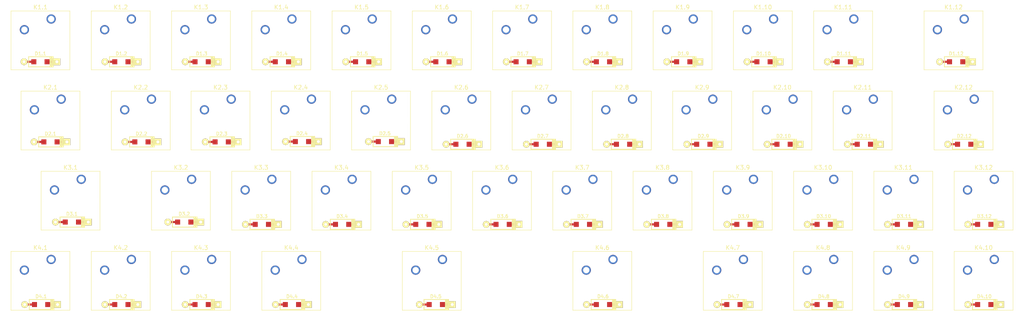
<source format=kicad_pcb>
(kicad_pcb (version 20171130) (host pcbnew "(5.0.1)-rc2")
  (layers (0 F.Cu signal) (31 B.Cu signal) (34 B.Paste user) (35 F.Paste user) (36 B.SilkS user) (37 F.SilkS user) (38 B.Mask user) (39 F.Mask user) (44 Edge.Cuts user))
  (net 0 "")
  (net 1 /R1)
  (net 2 "Net-(D1.12-Pad2)")
  (net 3 "Net-(D1.3-Pad2)")
  (net 4 "Net-(D1.9-Pad2)")
  (net 5 "Net-(D1.1-Pad2)")
  (net 6 "Net-(D1.10-Pad2)")
  (net 7 "Net-(D1.4-Pad2)")
  (net 8 "Net-(D1.2-Pad2)")
  (net 9 "Net-(D1.8-Pad2)")
  (net 10 "Net-(D1.7-Pad2)")
  (net 11 "Net-(D1.11-Pad2)")
  (net 12 "Net-(D1.5-Pad2)")
  (net 13 "Net-(D1.6-Pad2)")
  (net 14 /R2)
  (net 15 "Net-(D2.2-Pad2)")
  (net 16 "Net-(D2.1-Pad2)")
  (net 17 "Net-(D2.3-Pad2)")
  (net 18 "Net-(D2.7-Pad2)")
  (net 19 "Net-(D2.12-Pad2)")
  (net 20 "Net-(D2.5-Pad2)")
  (net 21 "Net-(D2.11-Pad2)")
  (net 22 "Net-(D2.6-Pad2)")
  (net 23 "Net-(D2.10-Pad2)")
  (net 24 "Net-(D2.9-Pad2)")
  (net 25 "Net-(D2.4-Pad2)")
  (net 26 "Net-(D2.8-Pad2)")
  (net 27 "Net-(D3.1-Pad2)")
  (net 28 /R3)
  (net 29 "Net-(D3.12-Pad2)")
  (net 30 "Net-(D3.8-Pad2)")
  (net 31 "Net-(D3.2-Pad2)")
  (net 32 "Net-(D3.4-Pad2)")
  (net 33 "Net-(D3.5-Pad2)")
  (net 34 "Net-(D3.6-Pad2)")
  (net 35 "Net-(D3.11-Pad2)")
  (net 36 "Net-(D3.7-Pad2)")
  (net 37 "Net-(D3.3-Pad2)")
  (net 38 "Net-(D3.9-Pad2)")
  (net 39 "Net-(D3.10-Pad2)")
  (net 40 "Net-(D4.2-Pad2)")
  (net 41 /R4)
  (net 42 "Net-(D4.6-Pad2)")
  (net 43 "Net-(D4.5-Pad2)")
  (net 44 "Net-(D4.7-Pad2)")
  (net 45 "Net-(D4.4-Pad2)")
  (net 46 "Net-(D4.1-Pad2)")
  (net 47 "Net-(D4.8-Pad2)")
  (net 48 "Net-(D4.3-Pad2)")
  (net 49 "Net-(D4.10-Pad2)")
  (net 50 "Net-(D4.9-Pad2)")
  (net 51 /C7)
  (net 52 /C12)
  (net 53 /C11)
  (net 54 /C8)
  (net 55 /C6)
  (net 56 /C5)
  (net 57 /C2)
  (net 58 /C10)
  (net 59 /C9)
  (net 60 /C1)
  (net 61 /C4)
  (net 62 /C3)
  (module keyboard_parts:D_SOD123_axial (layer F.Cu) (at 492.91875 105.41 180)
    (fp_text reference D1.9 (at 0 1.925 180) (layer F.SilkS) (effects (font (size 0.8 0.8))))
    (fp_text value D hide)
    (pad 2 smd rect (at 1.575 0 180) (size 1.2 1.2) (layers F.Cu F.Paste F.Mask) (net 4 "Net-(D1.9-Pad2)"))
    (pad 1 smd rect (at -1.575 0 180) (size 1.2 1.2) (layers F.Cu F.Paste F.Mask) (net 1 /R1))
    (pad 1 thru_hole rect (at -3.9 0 180) (size 1.6 1.6) (drill 0.7) (layers *.Cu *.Mask F.SilkS) (net 1 /R1))
    (pad 2 thru_hole circle (at 3.9 0 180) (size 1.6 1.6) (drill 0.7) (layers *.Cu *.Mask F.SilkS) (net 4 "Net-(D1.9-Pad2)"))
    (pad 1 smd rect (at -2.7 0 180) (size 2.5 0.5) (layers F.Cu) (net 1 /R1))
    (pad 2 smd rect (at 2.7 0 180) (size 2.5 0.5) (layers F.Cu) (net 4 "Net-(D1.9-Pad2)"))
  )
  (module keyboard_parts:D_SOD123_axial (layer F.Cu) (at 511.96875 105.41 180)
    (fp_text reference D1.10 (at 0 1.925 180) (layer F.SilkS) (effects (font (size 0.8 0.8))))
    (fp_text value D hide)
    (pad 2 smd rect (at 2.7 0 180) (size 2.5 0.5) (layers F.Cu) (net 6 "Net-(D1.10-Pad2)"))
    (pad 1 smd rect (at -2.7 0 180) (size 2.5 0.5) (layers F.Cu) (net 1 /R1))
    (pad 2 thru_hole circle (at 3.9 0 180) (size 1.6 1.6) (drill 0.7) (layers *.Cu *.Mask F.SilkS) (net 6 "Net-(D1.10-Pad2)"))
    (pad 1 thru_hole rect (at -3.9 0 180) (size 1.6 1.6) (drill 0.7) (layers *.Cu *.Mask F.SilkS) (net 1 /R1))
    (pad 1 smd rect (at -1.575 0 180) (size 1.2 1.2) (layers F.Cu F.Paste F.Mask) (net 1 /R1))
    (pad 2 smd rect (at 1.575 0 180) (size 1.2 1.2) (layers F.Cu F.Paste F.Mask) (net 6 "Net-(D1.10-Pad2)"))
  )
  (module keyboard_parts:D_SOD123_axial (layer F.Cu) (at 397.66875 105.41 180)
    (fp_text reference D1.4 (at 0 1.925 180) (layer F.SilkS) (effects (font (size 0.8 0.8))))
    (fp_text value D hide)
    (pad 2 smd rect (at 2.7 0 180) (size 2.5 0.5) (layers F.Cu) (net 7 "Net-(D1.4-Pad2)"))
    (pad 1 smd rect (at -2.7 0 180) (size 2.5 0.5) (layers F.Cu) (net 1 /R1))
    (pad 2 thru_hole circle (at 3.9 0 180) (size 1.6 1.6) (drill 0.7) (layers *.Cu *.Mask F.SilkS) (net 7 "Net-(D1.4-Pad2)"))
    (pad 1 thru_hole rect (at -3.9 0 180) (size 1.6 1.6) (drill 0.7) (layers *.Cu *.Mask F.SilkS) (net 1 /R1))
    (pad 1 smd rect (at -1.575 0 180) (size 1.2 1.2) (layers F.Cu F.Paste F.Mask) (net 1 /R1))
    (pad 2 smd rect (at 1.575 0 180) (size 1.2 1.2) (layers F.Cu F.Paste F.Mask) (net 7 "Net-(D1.4-Pad2)"))
  )
  (module keyboard_parts:D_SOD123_axial (layer F.Cu) (at 473.86875 105.41 180)
    (fp_text reference D1.8 (at 0 1.925 180) (layer F.SilkS) (effects (font (size 0.8 0.8))))
    (fp_text value D hide)
    (pad 2 smd rect (at 1.575 0 180) (size 1.2 1.2) (layers F.Cu F.Paste F.Mask) (net 9 "Net-(D1.8-Pad2)"))
    (pad 1 smd rect (at -1.575 0 180) (size 1.2 1.2) (layers F.Cu F.Paste F.Mask) (net 1 /R1))
    (pad 1 thru_hole rect (at -3.9 0 180) (size 1.6 1.6) (drill 0.7) (layers *.Cu *.Mask F.SilkS) (net 1 /R1))
    (pad 2 thru_hole circle (at 3.9 0 180) (size 1.6 1.6) (drill 0.7) (layers *.Cu *.Mask F.SilkS) (net 9 "Net-(D1.8-Pad2)"))
    (pad 1 smd rect (at -2.7 0 180) (size 2.5 0.5) (layers F.Cu) (net 1 /R1))
    (pad 2 smd rect (at 2.7 0 180) (size 2.5 0.5) (layers F.Cu) (net 9 "Net-(D1.8-Pad2)"))
  )
  (module keyboard_parts:D_SOD123_axial (layer F.Cu) (at 531.01875 105.41 180)
    (fp_text reference D1.11 (at 0 1.925 180) (layer F.SilkS) (effects (font (size 0.8 0.8))))
    (fp_text value D hide)
    (pad 2 smd rect (at 1.575 0 180) (size 1.2 1.2) (layers F.Cu F.Paste F.Mask) (net 11 "Net-(D1.11-Pad2)"))
    (pad 1 smd rect (at -1.575 0 180) (size 1.2 1.2) (layers F.Cu F.Paste F.Mask) (net 1 /R1))
    (pad 1 thru_hole rect (at -3.9 0 180) (size 1.6 1.6) (drill 0.7) (layers *.Cu *.Mask F.SilkS) (net 1 /R1))
    (pad 2 thru_hole circle (at 3.9 0 180) (size 1.6 1.6) (drill 0.7) (layers *.Cu *.Mask F.SilkS) (net 11 "Net-(D1.11-Pad2)"))
    (pad 1 smd rect (at -2.7 0 180) (size 2.5 0.5) (layers F.Cu) (net 1 /R1))
    (pad 2 smd rect (at 2.7 0 180) (size 2.5 0.5) (layers F.Cu) (net 11 "Net-(D1.11-Pad2)"))
  )
  (module keyboard_parts:D_SOD123_axial (layer F.Cu) (at 557.68875 105.41 180)
    (fp_text reference D1.12 (at 0 1.925 180) (layer F.SilkS) (effects (font (size 0.8 0.8))))
    (fp_text value D hide)
    (pad 2 smd rect (at 2.7 0 180) (size 2.5 0.5) (layers F.Cu) (net 2 "Net-(D1.12-Pad2)"))
    (pad 1 smd rect (at -2.7 0 180) (size 2.5 0.5) (layers F.Cu) (net 1 /R1))
    (pad 2 thru_hole circle (at 3.9 0 180) (size 1.6 1.6) (drill 0.7) (layers *.Cu *.Mask F.SilkS) (net 2 "Net-(D1.12-Pad2)"))
    (pad 1 thru_hole rect (at -3.9 0 180) (size 1.6 1.6) (drill 0.7) (layers *.Cu *.Mask F.SilkS) (net 1 /R1))
    (pad 1 smd rect (at -1.575 0 180) (size 1.2 1.2) (layers F.Cu F.Paste F.Mask) (net 1 /R1))
    (pad 2 smd rect (at 1.575 0 180) (size 1.2 1.2) (layers F.Cu F.Paste F.Mask) (net 2 "Net-(D1.12-Pad2)"))
  )
  (module keyboard_parts:D_SOD123_axial (layer F.Cu) (at 378.61875 105.41 180)
    (fp_text reference D1.3 (at 0 1.925 180) (layer F.SilkS) (effects (font (size 0.8 0.8))))
    (fp_text value D hide)
    (pad 2 smd rect (at 1.575 0 180) (size 1.2 1.2) (layers F.Cu F.Paste F.Mask) (net 3 "Net-(D1.3-Pad2)"))
    (pad 1 smd rect (at -1.575 0 180) (size 1.2 1.2) (layers F.Cu F.Paste F.Mask) (net 1 /R1))
    (pad 1 thru_hole rect (at -3.9 0 180) (size 1.6 1.6) (drill 0.7) (layers *.Cu *.Mask F.SilkS) (net 1 /R1))
    (pad 2 thru_hole circle (at 3.9 0 180) (size 1.6 1.6) (drill 0.7) (layers *.Cu *.Mask F.SilkS) (net 3 "Net-(D1.3-Pad2)"))
    (pad 1 smd rect (at -2.7 0 180) (size 2.5 0.5) (layers F.Cu) (net 1 /R1))
    (pad 2 smd rect (at 2.7 0 180) (size 2.5 0.5) (layers F.Cu) (net 3 "Net-(D1.3-Pad2)"))
  )
  (module keyboard_parts:D_SOD123_axial (layer F.Cu) (at 359.56875 105.41 180)
    (fp_text reference D1.2 (at 0 1.925 180) (layer F.SilkS) (effects (font (size 0.8 0.8))))
    (fp_text value D hide)
    (pad 2 smd rect (at 1.575 0 180) (size 1.2 1.2) (layers F.Cu F.Paste F.Mask) (net 8 "Net-(D1.2-Pad2)"))
    (pad 1 smd rect (at -1.575 0 180) (size 1.2 1.2) (layers F.Cu F.Paste F.Mask) (net 1 /R1))
    (pad 1 thru_hole rect (at -3.9 0 180) (size 1.6 1.6) (drill 0.7) (layers *.Cu *.Mask F.SilkS) (net 1 /R1))
    (pad 2 thru_hole circle (at 3.9 0 180) (size 1.6 1.6) (drill 0.7) (layers *.Cu *.Mask F.SilkS) (net 8 "Net-(D1.2-Pad2)"))
    (pad 1 smd rect (at -2.7 0 180) (size 2.5 0.5) (layers F.Cu) (net 1 /R1))
    (pad 2 smd rect (at 2.7 0 180) (size 2.5 0.5) (layers F.Cu) (net 8 "Net-(D1.2-Pad2)"))
  )
  (module keyboard_parts:D_SOD123_axial (layer F.Cu) (at 454.81875 105.41 180)
    (fp_text reference D1.7 (at 0 1.925 180) (layer F.SilkS) (effects (font (size 0.8 0.8))))
    (fp_text value D hide)
    (pad 2 smd rect (at 2.7 0 180) (size 2.5 0.5) (layers F.Cu) (net 10 "Net-(D1.7-Pad2)"))
    (pad 1 smd rect (at -2.7 0 180) (size 2.5 0.5) (layers F.Cu) (net 1 /R1))
    (pad 2 thru_hole circle (at 3.9 0 180) (size 1.6 1.6) (drill 0.7) (layers *.Cu *.Mask F.SilkS) (net 10 "Net-(D1.7-Pad2)"))
    (pad 1 thru_hole rect (at -3.9 0 180) (size 1.6 1.6) (drill 0.7) (layers *.Cu *.Mask F.SilkS) (net 1 /R1))
    (pad 1 smd rect (at -1.575 0 180) (size 1.2 1.2) (layers F.Cu F.Paste F.Mask) (net 1 /R1))
    (pad 2 smd rect (at 1.575 0 180) (size 1.2 1.2) (layers F.Cu F.Paste F.Mask) (net 10 "Net-(D1.7-Pad2)"))
  )
  (module keyboard_parts:D_SOD123_axial (layer F.Cu) (at 416.71875 105.41 180)
    (fp_text reference D1.5 (at 0 1.925 180) (layer F.SilkS) (effects (font (size 0.8 0.8))))
    (fp_text value D hide)
    (pad 2 smd rect (at 2.7 0 180) (size 2.5 0.5) (layers F.Cu) (net 12 "Net-(D1.5-Pad2)"))
    (pad 1 smd rect (at -2.7 0 180) (size 2.5 0.5) (layers F.Cu) (net 1 /R1))
    (pad 2 thru_hole circle (at 3.9 0 180) (size 1.6 1.6) (drill 0.7) (layers *.Cu *.Mask F.SilkS) (net 12 "Net-(D1.5-Pad2)"))
    (pad 1 thru_hole rect (at -3.9 0 180) (size 1.6 1.6) (drill 0.7) (layers *.Cu *.Mask F.SilkS) (net 1 /R1))
    (pad 1 smd rect (at -1.575 0 180) (size 1.2 1.2) (layers F.Cu F.Paste F.Mask) (net 1 /R1))
    (pad 2 smd rect (at 1.575 0 180) (size 1.2 1.2) (layers F.Cu F.Paste F.Mask) (net 12 "Net-(D1.5-Pad2)"))
  )
  (module keyboard_parts:D_SOD123_axial (layer F.Cu) (at 340.36 105.41 180)
    (fp_text reference D1.1 (at 0 1.925 180) (layer F.SilkS) (effects (font (size 0.8 0.8))))
    (fp_text value D hide)
    (pad 2 smd rect (at 1.575 0 180) (size 1.2 1.2) (layers F.Cu F.Paste F.Mask) (net 5 "Net-(D1.1-Pad2)"))
    (pad 1 smd rect (at -1.575 0 180) (size 1.2 1.2) (layers F.Cu F.Paste F.Mask) (net 1 /R1))
    (pad 1 thru_hole rect (at -3.9 0 180) (size 1.6 1.6) (drill 0.7) (layers *.Cu *.Mask F.SilkS) (net 1 /R1))
    (pad 2 thru_hole circle (at 3.9 0 180) (size 1.6 1.6) (drill 0.7) (layers *.Cu *.Mask F.SilkS) (net 5 "Net-(D1.1-Pad2)"))
    (pad 1 smd rect (at -2.7 0 180) (size 2.5 0.5) (layers F.Cu) (net 1 /R1))
    (pad 2 smd rect (at 2.7 0 180) (size 2.5 0.5) (layers F.Cu) (net 5 "Net-(D1.1-Pad2)"))
  )
  (module keyboard_parts:D_SOD123_axial (layer F.Cu) (at 435.76875 105.41 180)
    (fp_text reference D1.6 (at 0 1.925 180) (layer F.SilkS) (effects (font (size 0.8 0.8))))
    (fp_text value D hide)
    (pad 2 smd rect (at 2.7 0 180) (size 2.5 0.5) (layers F.Cu) (net 13 "Net-(D1.6-Pad2)"))
    (pad 1 smd rect (at -2.7 0 180) (size 2.5 0.5) (layers F.Cu) (net 1 /R1))
    (pad 2 thru_hole circle (at 3.9 0 180) (size 1.6 1.6) (drill 0.7) (layers *.Cu *.Mask F.SilkS) (net 13 "Net-(D1.6-Pad2)"))
    (pad 1 thru_hole rect (at -3.9 0 180) (size 1.6 1.6) (drill 0.7) (layers *.Cu *.Mask F.SilkS) (net 1 /R1))
    (pad 1 smd rect (at -1.575 0 180) (size 1.2 1.2) (layers F.Cu F.Paste F.Mask) (net 1 /R1))
    (pad 2 smd rect (at 1.575 0 180) (size 1.2 1.2) (layers F.Cu F.Paste F.Mask) (net 13 "Net-(D1.6-Pad2)"))
  )
  (module keyboard_parts:D_SOD123_axial (layer F.Cu) (at 440.53125 125.015625 180)
    (fp_text reference D2.6 (at 0 1.925 180) (layer F.SilkS) (effects (font (size 0.8 0.8))))
    (fp_text value D hide)
    (pad 2 smd rect (at 2.7 0 180) (size 2.5 0.5) (layers F.Cu) (net 22 "Net-(D2.6-Pad2)"))
    (pad 1 smd rect (at -2.7 0 180) (size 2.5 0.5) (layers F.Cu) (net 14 /R2))
    (pad 2 thru_hole circle (at 3.9 0 180) (size 1.6 1.6) (drill 0.7) (layers *.Cu *.Mask F.SilkS) (net 22 "Net-(D2.6-Pad2)"))
    (pad 1 thru_hole rect (at -3.9 0 180) (size 1.6 1.6) (drill 0.7) (layers *.Cu *.Mask F.SilkS) (net 14 /R2))
    (pad 1 smd rect (at -1.575 0 180) (size 1.2 1.2) (layers F.Cu F.Paste F.Mask) (net 14 /R2))
    (pad 2 smd rect (at 1.575 0 180) (size 1.2 1.2) (layers F.Cu F.Paste F.Mask) (net 22 "Net-(D2.6-Pad2)"))
  )
  (module keyboard_parts:D_SOD123_axial (layer F.Cu) (at 478.63125 125.015625 180)
    (fp_text reference D2.8 (at 0 1.925 180) (layer F.SilkS) (effects (font (size 0.8 0.8))))
    (fp_text value D hide)
    (pad 2 smd rect (at 2.7 0 180) (size 2.5 0.5) (layers F.Cu) (net 26 "Net-(D2.8-Pad2)"))
    (pad 1 smd rect (at -2.7 0 180) (size 2.5 0.5) (layers F.Cu) (net 14 /R2))
    (pad 2 thru_hole circle (at 3.9 0 180) (size 1.6 1.6) (drill 0.7) (layers *.Cu *.Mask F.SilkS) (net 26 "Net-(D2.8-Pad2)"))
    (pad 1 thru_hole rect (at -3.9 0 180) (size 1.6 1.6) (drill 0.7) (layers *.Cu *.Mask F.SilkS) (net 14 /R2))
    (pad 1 smd rect (at -1.575 0 180) (size 1.2 1.2) (layers F.Cu F.Paste F.Mask) (net 14 /R2))
    (pad 2 smd rect (at 1.575 0 180) (size 1.2 1.2) (layers F.Cu F.Paste F.Mask) (net 26 "Net-(D2.8-Pad2)"))
  )
  (module keyboard_parts:D_SOD123_axial (layer F.Cu) (at 402.43125 124.380625 180)
    (fp_text reference D2.4 (at 0 1.925 180) (layer F.SilkS) (effects (font (size 0.8 0.8))))
    (fp_text value D hide)
    (pad 2 smd rect (at 1.575 0 180) (size 1.2 1.2) (layers F.Cu F.Paste F.Mask) (net 25 "Net-(D2.4-Pad2)"))
    (pad 1 smd rect (at -1.575 0 180) (size 1.2 1.2) (layers F.Cu F.Paste F.Mask) (net 14 /R2))
    (pad 1 thru_hole rect (at -3.9 0 180) (size 1.6 1.6) (drill 0.7) (layers *.Cu *.Mask F.SilkS) (net 14 /R2))
    (pad 2 thru_hole circle (at 3.9 0 180) (size 1.6 1.6) (drill 0.7) (layers *.Cu *.Mask F.SilkS) (net 25 "Net-(D2.4-Pad2)"))
    (pad 1 smd rect (at -2.7 0 180) (size 2.5 0.5) (layers F.Cu) (net 14 /R2))
    (pad 2 smd rect (at 2.7 0 180) (size 2.5 0.5) (layers F.Cu) (net 25 "Net-(D2.4-Pad2)"))
  )
  (module keyboard_parts:D_SOD123_axial (layer F.Cu) (at 364.33125 124.46 180)
    (fp_text reference D2.2 (at 0 1.925 180) (layer F.SilkS) (effects (font (size 0.8 0.8))))
    (fp_text value D hide)
    (pad 2 smd rect (at 1.575 0 180) (size 1.2 1.2) (layers F.Cu F.Paste F.Mask) (net 15 "Net-(D2.2-Pad2)"))
    (pad 1 smd rect (at -1.575 0 180) (size 1.2 1.2) (layers F.Cu F.Paste F.Mask) (net 14 /R2))
    (pad 1 thru_hole rect (at -3.9 0 180) (size 1.6 1.6) (drill 0.7) (layers *.Cu *.Mask F.SilkS) (net 14 /R2))
    (pad 2 thru_hole circle (at 3.9 0 180) (size 1.6 1.6) (drill 0.7) (layers *.Cu *.Mask F.SilkS) (net 15 "Net-(D2.2-Pad2)"))
    (pad 1 smd rect (at -2.7 0 180) (size 2.5 0.5) (layers F.Cu) (net 14 /R2))
    (pad 2 smd rect (at 2.7 0 180) (size 2.5 0.5) (layers F.Cu) (net 15 "Net-(D2.2-Pad2)"))
  )
  (module keyboard_parts:D_SOD123_axial (layer F.Cu) (at 422.11625 124.380625 180)
    (fp_text reference D2.5 (at 0 1.925 180) (layer F.SilkS) (effects (font (size 0.8 0.8))))
    (fp_text value D hide)
    (pad 2 smd rect (at 2.7 0 180) (size 2.5 0.5) (layers F.Cu) (net 20 "Net-(D2.5-Pad2)"))
    (pad 1 smd rect (at -2.7 0 180) (size 2.5 0.5) (layers F.Cu) (net 14 /R2))
    (pad 2 thru_hole circle (at 3.9 0 180) (size 1.6 1.6) (drill 0.7) (layers *.Cu *.Mask F.SilkS) (net 20 "Net-(D2.5-Pad2)"))
    (pad 1 thru_hole rect (at -3.9 0 180) (size 1.6 1.6) (drill 0.7) (layers *.Cu *.Mask F.SilkS) (net 14 /R2))
    (pad 1 smd rect (at -1.575 0 180) (size 1.2 1.2) (layers F.Cu F.Paste F.Mask) (net 14 /R2))
    (pad 2 smd rect (at 1.575 0 180) (size 1.2 1.2) (layers F.Cu F.Paste F.Mask) (net 20 "Net-(D2.5-Pad2)"))
  )
  (module keyboard_parts:D_SOD123_axial (layer F.Cu) (at 342.74125 124.46 180)
    (fp_text reference D2.1 (at 0 1.925 180) (layer F.SilkS) (effects (font (size 0.8 0.8))))
    (fp_text value D hide)
    (pad 2 smd rect (at 1.575 0 180) (size 1.2 1.2) (layers F.Cu F.Paste F.Mask) (net 16 "Net-(D2.1-Pad2)"))
    (pad 1 smd rect (at -1.575 0 180) (size 1.2 1.2) (layers F.Cu F.Paste F.Mask) (net 14 /R2))
    (pad 1 thru_hole rect (at -3.9 0 180) (size 1.6 1.6) (drill 0.7) (layers *.Cu *.Mask F.SilkS) (net 14 /R2))
    (pad 2 thru_hole circle (at 3.9 0 180) (size 1.6 1.6) (drill 0.7) (layers *.Cu *.Mask F.SilkS) (net 16 "Net-(D2.1-Pad2)"))
    (pad 1 smd rect (at -2.7 0 180) (size 2.5 0.5) (layers F.Cu) (net 14 /R2))
    (pad 2 smd rect (at 2.7 0 180) (size 2.5 0.5) (layers F.Cu) (net 16 "Net-(D2.1-Pad2)"))
  )
  (module keyboard_parts:D_SOD123_axial (layer F.Cu) (at 459.58125 125.015625 180)
    (fp_text reference D2.7 (at 0 1.925 180) (layer F.SilkS) (effects (font (size 0.8 0.8))))
    (fp_text value D hide)
    (pad 2 smd rect (at 2.7 0 180) (size 2.5 0.5) (layers F.Cu) (net 18 "Net-(D2.7-Pad2)"))
    (pad 1 smd rect (at -2.7 0 180) (size 2.5 0.5) (layers F.Cu) (net 14 /R2))
    (pad 2 thru_hole circle (at 3.9 0 180) (size 1.6 1.6) (drill 0.7) (layers *.Cu *.Mask F.SilkS) (net 18 "Net-(D2.7-Pad2)"))
    (pad 1 thru_hole rect (at -3.9 0 180) (size 1.6 1.6) (drill 0.7) (layers *.Cu *.Mask F.SilkS) (net 14 /R2))
    (pad 1 smd rect (at -1.575 0 180) (size 1.2 1.2) (layers F.Cu F.Paste F.Mask) (net 14 /R2))
    (pad 2 smd rect (at 1.575 0 180) (size 1.2 1.2) (layers F.Cu F.Paste F.Mask) (net 18 "Net-(D2.7-Pad2)"))
  )
  (module keyboard_parts:D_SOD123_axial (layer F.Cu) (at 383.38125 124.46 180)
    (fp_text reference D2.3 (at 0 1.925 180) (layer F.SilkS) (effects (font (size 0.8 0.8))))
    (fp_text value D hide)
    (pad 2 smd rect (at 1.575 0 180) (size 1.2 1.2) (layers F.Cu F.Paste F.Mask) (net 17 "Net-(D2.3-Pad2)"))
    (pad 1 smd rect (at -1.575 0 180) (size 1.2 1.2) (layers F.Cu F.Paste F.Mask) (net 14 /R2))
    (pad 1 thru_hole rect (at -3.9 0 180) (size 1.6 1.6) (drill 0.7) (layers *.Cu *.Mask F.SilkS) (net 14 /R2))
    (pad 2 thru_hole circle (at 3.9 0 180) (size 1.6 1.6) (drill 0.7) (layers *.Cu *.Mask F.SilkS) (net 17 "Net-(D2.3-Pad2)"))
    (pad 1 smd rect (at -2.7 0 180) (size 2.5 0.5) (layers F.Cu) (net 14 /R2))
    (pad 2 smd rect (at 2.7 0 180) (size 2.5 0.5) (layers F.Cu) (net 17 "Net-(D2.3-Pad2)"))
  )
  (module keyboard_parts:D_SOD123_axial (layer F.Cu) (at 497.68125 125.015625 180)
    (fp_text reference D2.9 (at 0 1.925 180) (layer F.SilkS) (effects (font (size 0.8 0.8))))
    (fp_text value D hide)
    (pad 2 smd rect (at 1.575 0 180) (size 1.2 1.2) (layers F.Cu F.Paste F.Mask) (net 24 "Net-(D2.9-Pad2)"))
    (pad 1 smd rect (at -1.575 0 180) (size 1.2 1.2) (layers F.Cu F.Paste F.Mask) (net 14 /R2))
    (pad 1 thru_hole rect (at -3.9 0 180) (size 1.6 1.6) (drill 0.7) (layers *.Cu *.Mask F.SilkS) (net 14 /R2))
    (pad 2 thru_hole circle (at 3.9 0 180) (size 1.6 1.6) (drill 0.7) (layers *.Cu *.Mask F.SilkS) (net 24 "Net-(D2.9-Pad2)"))
    (pad 1 smd rect (at -2.7 0 180) (size 2.5 0.5) (layers F.Cu) (net 14 /R2))
    (pad 2 smd rect (at 2.7 0 180) (size 2.5 0.5) (layers F.Cu) (net 24 "Net-(D2.9-Pad2)"))
  )
  (module keyboard_parts:D_SOD123_axial (layer F.Cu) (at 516.73125 125.015625 180)
    (fp_text reference D2.10 (at 0 1.925 180) (layer F.SilkS) (effects (font (size 0.8 0.8))))
    (fp_text value D hide)
    (pad 2 smd rect (at 2.7 0 180) (size 2.5 0.5) (layers F.Cu) (net 23 "Net-(D2.10-Pad2)"))
    (pad 1 smd rect (at -2.7 0 180) (size 2.5 0.5) (layers F.Cu) (net 14 /R2))
    (pad 2 thru_hole circle (at 3.9 0 180) (size 1.6 1.6) (drill 0.7) (layers *.Cu *.Mask F.SilkS) (net 23 "Net-(D2.10-Pad2)"))
    (pad 1 thru_hole rect (at -3.9 0 180) (size 1.6 1.6) (drill 0.7) (layers *.Cu *.Mask F.SilkS) (net 14 /R2))
    (pad 1 smd rect (at -1.575 0 180) (size 1.2 1.2) (layers F.Cu F.Paste F.Mask) (net 14 /R2))
    (pad 2 smd rect (at 1.575 0 180) (size 1.2 1.2) (layers F.Cu F.Paste F.Mask) (net 23 "Net-(D2.10-Pad2)"))
  )
  (module keyboard_parts:D_SOD123_axial (layer F.Cu) (at 535.78125 125.015625 180)
    (fp_text reference D2.11 (at 0 1.925 180) (layer F.SilkS) (effects (font (size 0.8 0.8))))
    (fp_text value D hide)
    (pad 2 smd rect (at 1.575 0 180) (size 1.2 1.2) (layers F.Cu F.Paste F.Mask) (net 21 "Net-(D2.11-Pad2)"))
    (pad 1 smd rect (at -1.575 0 180) (size 1.2 1.2) (layers F.Cu F.Paste F.Mask) (net 14 /R2))
    (pad 1 thru_hole rect (at -3.9 0 180) (size 1.6 1.6) (drill 0.7) (layers *.Cu *.Mask F.SilkS) (net 14 /R2))
    (pad 2 thru_hole circle (at 3.9 0 180) (size 1.6 1.6) (drill 0.7) (layers *.Cu *.Mask F.SilkS) (net 21 "Net-(D2.11-Pad2)"))
    (pad 1 smd rect (at -2.7 0 180) (size 2.5 0.5) (layers F.Cu) (net 14 /R2))
    (pad 2 smd rect (at 2.7 0 180) (size 2.5 0.5) (layers F.Cu) (net 21 "Net-(D2.11-Pad2)"))
  )
  (module keyboard_parts:D_SOD123_axial (layer F.Cu) (at 559.59375 125.015625 180)
    (fp_text reference D2.12 (at 0 1.925 180) (layer F.SilkS) (effects (font (size 0.8 0.8))))
    (fp_text value D hide)
    (pad 2 smd rect (at 2.7 0 180) (size 2.5 0.5) (layers F.Cu) (net 19 "Net-(D2.12-Pad2)"))
    (pad 1 smd rect (at -2.7 0 180) (size 2.5 0.5) (layers F.Cu) (net 14 /R2))
    (pad 2 thru_hole circle (at 3.9 0 180) (size 1.6 1.6) (drill 0.7) (layers *.Cu *.Mask F.SilkS) (net 19 "Net-(D2.12-Pad2)"))
    (pad 1 thru_hole rect (at -3.9 0 180) (size 1.6 1.6) (drill 0.7) (layers *.Cu *.Mask F.SilkS) (net 14 /R2))
    (pad 1 smd rect (at -1.575 0 180) (size 1.2 1.2) (layers F.Cu F.Paste F.Mask) (net 14 /R2))
    (pad 2 smd rect (at 1.575 0 180) (size 1.2 1.2) (layers F.Cu F.Paste F.Mask) (net 19 "Net-(D2.12-Pad2)"))
  )
  (module keyboard_parts:D_SOD123_axial (layer F.Cu) (at 564.35625 144.065625 180)
    (fp_text reference D3.12 (at 0 1.925 180) (layer F.SilkS) (effects (font (size 0.8 0.8))))
    (fp_text value D hide)
    (pad 2 smd rect (at 2.7 0 180) (size 2.5 0.5) (layers F.Cu) (net 29 "Net-(D3.12-Pad2)"))
    (pad 1 smd rect (at -2.7 0 180) (size 2.5 0.5) (layers F.Cu) (net 28 /R3))
    (pad 2 thru_hole circle (at 3.9 0 180) (size 1.6 1.6) (drill 0.7) (layers *.Cu *.Mask F.SilkS) (net 29 "Net-(D3.12-Pad2)"))
    (pad 1 thru_hole rect (at -3.9 0 180) (size 1.6 1.6) (drill 0.7) (layers *.Cu *.Mask F.SilkS) (net 28 /R3))
    (pad 1 smd rect (at -1.575 0 180) (size 1.2 1.2) (layers F.Cu F.Paste F.Mask) (net 28 /R3))
    (pad 2 smd rect (at 1.575 0 180) (size 1.2 1.2) (layers F.Cu F.Paste F.Mask) (net 29 "Net-(D3.12-Pad2)"))
  )
  (module keyboard_parts:D_SOD123_axial (layer F.Cu) (at 469.10625 144.065625 180)
    (fp_text reference D3.7 (at 0 1.925 180) (layer F.SilkS) (effects (font (size 0.8 0.8))))
    (fp_text value D hide)
    (pad 2 smd rect (at 1.575 0 180) (size 1.2 1.2) (layers F.Cu F.Paste F.Mask) (net 36 "Net-(D3.7-Pad2)"))
    (pad 1 smd rect (at -1.575 0 180) (size 1.2 1.2) (layers F.Cu F.Paste F.Mask) (net 28 /R3))
    (pad 1 thru_hole rect (at -3.9 0 180) (size 1.6 1.6) (drill 0.7) (layers *.Cu *.Mask F.SilkS) (net 28 /R3))
    (pad 2 thru_hole circle (at 3.9 0 180) (size 1.6 1.6) (drill 0.7) (layers *.Cu *.Mask F.SilkS) (net 36 "Net-(D3.7-Pad2)"))
    (pad 1 smd rect (at -2.7 0 180) (size 2.5 0.5) (layers F.Cu) (net 28 /R3))
    (pad 2 smd rect (at 2.7 0 180) (size 2.5 0.5) (layers F.Cu) (net 36 "Net-(D3.7-Pad2)"))
  )
  (module keyboard_parts:D_SOD123_axial (layer F.Cu) (at 545.30625 144.065625 180)
    (fp_text reference D3.11 (at 0 1.925 180) (layer F.SilkS) (effects (font (size 0.8 0.8))))
    (fp_text value D hide)
    (pad 2 smd rect (at 1.575 0 180) (size 1.2 1.2) (layers F.Cu F.Paste F.Mask) (net 35 "Net-(D3.11-Pad2)"))
    (pad 1 smd rect (at -1.575 0 180) (size 1.2 1.2) (layers F.Cu F.Paste F.Mask) (net 28 /R3))
    (pad 1 thru_hole rect (at -3.9 0 180) (size 1.6 1.6) (drill 0.7) (layers *.Cu *.Mask F.SilkS) (net 28 /R3))
    (pad 2 thru_hole circle (at 3.9 0 180) (size 1.6 1.6) (drill 0.7) (layers *.Cu *.Mask F.SilkS) (net 35 "Net-(D3.11-Pad2)"))
    (pad 1 smd rect (at -2.7 0 180) (size 2.5 0.5) (layers F.Cu) (net 28 /R3))
    (pad 2 smd rect (at 2.7 0 180) (size 2.5 0.5) (layers F.Cu) (net 35 "Net-(D3.11-Pad2)"))
  )
  (module keyboard_parts:D_SOD123_axial (layer F.Cu) (at 347.82125 143.51 180)
    (fp_text reference D3.1 (at 0 1.925 180) (layer F.SilkS) (effects (font (size 0.8 0.8))))
    (fp_text value D hide)
    (pad 2 smd rect (at 1.575 0 180) (size 1.2 1.2) (layers F.Cu F.Paste F.Mask) (net 27 "Net-(D3.1-Pad2)"))
    (pad 1 smd rect (at -1.575 0 180) (size 1.2 1.2) (layers F.Cu F.Paste F.Mask) (net 28 /R3))
    (pad 1 thru_hole rect (at -3.9 0 180) (size 1.6 1.6) (drill 0.7) (layers *.Cu *.Mask F.SilkS) (net 28 /R3))
    (pad 2 thru_hole circle (at 3.9 0 180) (size 1.6 1.6) (drill 0.7) (layers *.Cu *.Mask F.SilkS) (net 27 "Net-(D3.1-Pad2)"))
    (pad 1 smd rect (at -2.7 0 180) (size 2.5 0.5) (layers F.Cu) (net 28 /R3))
    (pad 2 smd rect (at 2.7 0 180) (size 2.5 0.5) (layers F.Cu) (net 27 "Net-(D3.1-Pad2)"))
  )
  (module keyboard_parts:D_SOD123_axial (layer F.Cu) (at 374.49125 143.51 180)
    (fp_text reference D3.2 (at 0 1.925 180) (layer F.SilkS) (effects (font (size 0.8 0.8))))
    (fp_text value D hide)
    (pad 2 smd rect (at 1.575 0 180) (size 1.2 1.2) (layers F.Cu F.Paste F.Mask) (net 31 "Net-(D3.2-Pad2)"))
    (pad 1 smd rect (at -1.575 0 180) (size 1.2 1.2) (layers F.Cu F.Paste F.Mask) (net 28 /R3))
    (pad 1 thru_hole rect (at -3.9 0 180) (size 1.6 1.6) (drill 0.7) (layers *.Cu *.Mask F.SilkS) (net 28 /R3))
    (pad 2 thru_hole circle (at 3.9 0 180) (size 1.6 1.6) (drill 0.7) (layers *.Cu *.Mask F.SilkS) (net 31 "Net-(D3.2-Pad2)"))
    (pad 1 smd rect (at -2.7 0 180) (size 2.5 0.5) (layers F.Cu) (net 28 /R3))
    (pad 2 smd rect (at 2.7 0 180) (size 2.5 0.5) (layers F.Cu) (net 31 "Net-(D3.2-Pad2)"))
  )
  (module keyboard_parts:D_SOD123_axial (layer F.Cu) (at 392.90625 144.065625 180)
    (fp_text reference D3.3 (at 0 1.925 180) (layer F.SilkS) (effects (font (size 0.8 0.8))))
    (fp_text value D hide)
    (pad 2 smd rect (at 1.575 0 180) (size 1.2 1.2) (layers F.Cu F.Paste F.Mask) (net 37 "Net-(D3.3-Pad2)"))
    (pad 1 smd rect (at -1.575 0 180) (size 1.2 1.2) (layers F.Cu F.Paste F.Mask) (net 28 /R3))
    (pad 1 thru_hole rect (at -3.9 0 180) (size 1.6 1.6) (drill 0.7) (layers *.Cu *.Mask F.SilkS) (net 28 /R3))
    (pad 2 thru_hole circle (at 3.9 0 180) (size 1.6 1.6) (drill 0.7) (layers *.Cu *.Mask F.SilkS) (net 37 "Net-(D3.3-Pad2)"))
    (pad 1 smd rect (at -2.7 0 180) (size 2.5 0.5) (layers F.Cu) (net 28 /R3))
    (pad 2 smd rect (at 2.7 0 180) (size 2.5 0.5) (layers F.Cu) (net 37 "Net-(D3.3-Pad2)"))
  )
  (module keyboard_parts:D_SOD123_axial (layer F.Cu) (at 411.95625 144.065625 180)
    (fp_text reference D3.4 (at 0 1.925 180) (layer F.SilkS) (effects (font (size 0.8 0.8))))
    (fp_text value D hide)
    (pad 2 smd rect (at 2.7 0 180) (size 2.5 0.5) (layers F.Cu) (net 32 "Net-(D3.4-Pad2)"))
    (pad 1 smd rect (at -2.7 0 180) (size 2.5 0.5) (layers F.Cu) (net 28 /R3))
    (pad 2 thru_hole circle (at 3.9 0 180) (size 1.6 1.6) (drill 0.7) (layers *.Cu *.Mask F.SilkS) (net 32 "Net-(D3.4-Pad2)"))
    (pad 1 thru_hole rect (at -3.9 0 180) (size 1.6 1.6) (drill 0.7) (layers *.Cu *.Mask F.SilkS) (net 28 /R3))
    (pad 1 smd rect (at -1.575 0 180) (size 1.2 1.2) (layers F.Cu F.Paste F.Mask) (net 28 /R3))
    (pad 2 smd rect (at 1.575 0 180) (size 1.2 1.2) (layers F.Cu F.Paste F.Mask) (net 32 "Net-(D3.4-Pad2)"))
  )
  (module keyboard_parts:D_SOD123_axial (layer F.Cu) (at 431.00625 144.065625 180)
    (fp_text reference D3.5 (at 0 1.925 180) (layer F.SilkS) (effects (font (size 0.8 0.8))))
    (fp_text value D hide)
    (pad 2 smd rect (at 1.575 0 180) (size 1.2 1.2) (layers F.Cu F.Paste F.Mask) (net 33 "Net-(D3.5-Pad2)"))
    (pad 1 smd rect (at -1.575 0 180) (size 1.2 1.2) (layers F.Cu F.Paste F.Mask) (net 28 /R3))
    (pad 1 thru_hole rect (at -3.9 0 180) (size 1.6 1.6) (drill 0.7) (layers *.Cu *.Mask F.SilkS) (net 28 /R3))
    (pad 2 thru_hole circle (at 3.9 0 180) (size 1.6 1.6) (drill 0.7) (layers *.Cu *.Mask F.SilkS) (net 33 "Net-(D3.5-Pad2)"))
    (pad 1 smd rect (at -2.7 0 180) (size 2.5 0.5) (layers F.Cu) (net 28 /R3))
    (pad 2 smd rect (at 2.7 0 180) (size 2.5 0.5) (layers F.Cu) (net 33 "Net-(D3.5-Pad2)"))
  )
  (module keyboard_parts:D_SOD123_axial (layer F.Cu) (at 450.05625 144.065625 180)
    (fp_text reference D3.6 (at 0 1.925 180) (layer F.SilkS) (effects (font (size 0.8 0.8))))
    (fp_text value D hide)
    (pad 2 smd rect (at 2.7 0 180) (size 2.5 0.5) (layers F.Cu) (net 34 "Net-(D3.6-Pad2)"))
    (pad 1 smd rect (at -2.7 0 180) (size 2.5 0.5) (layers F.Cu) (net 28 /R3))
    (pad 2 thru_hole circle (at 3.9 0 180) (size 1.6 1.6) (drill 0.7) (layers *.Cu *.Mask F.SilkS) (net 34 "Net-(D3.6-Pad2)"))
    (pad 1 thru_hole rect (at -3.9 0 180) (size 1.6 1.6) (drill 0.7) (layers *.Cu *.Mask F.SilkS) (net 28 /R3))
    (pad 1 smd rect (at -1.575 0 180) (size 1.2 1.2) (layers F.Cu F.Paste F.Mask) (net 28 /R3))
    (pad 2 smd rect (at 1.575 0 180) (size 1.2 1.2) (layers F.Cu F.Paste F.Mask) (net 34 "Net-(D3.6-Pad2)"))
  )
  (module keyboard_parts:D_SOD123_axial (layer F.Cu) (at 507.20625 144.065625 180)
    (fp_text reference D3.9 (at 0 1.925 180) (layer F.SilkS) (effects (font (size 0.8 0.8))))
    (fp_text value D hide)
    (pad 2 smd rect (at 1.575 0 180) (size 1.2 1.2) (layers F.Cu F.Paste F.Mask) (net 38 "Net-(D3.9-Pad2)"))
    (pad 1 smd rect (at -1.575 0 180) (size 1.2 1.2) (layers F.Cu F.Paste F.Mask) (net 28 /R3))
    (pad 1 thru_hole rect (at -3.9 0 180) (size 1.6 1.6) (drill 0.7) (layers *.Cu *.Mask F.SilkS) (net 28 /R3))
    (pad 2 thru_hole circle (at 3.9 0 180) (size 1.6 1.6) (drill 0.7) (layers *.Cu *.Mask F.SilkS) (net 38 "Net-(D3.9-Pad2)"))
    (pad 1 smd rect (at -2.7 0 180) (size 2.5 0.5) (layers F.Cu) (net 28 /R3))
    (pad 2 smd rect (at 2.7 0 180) (size 2.5 0.5) (layers F.Cu) (net 38 "Net-(D3.9-Pad2)"))
  )
  (module keyboard_parts:D_SOD123_axial (layer F.Cu) (at 526.25625 144.065625 180)
    (fp_text reference D3.10 (at 0 1.925 180) (layer F.SilkS) (effects (font (size 0.8 0.8))))
    (fp_text value D hide)
    (pad 2 smd rect (at 2.7 0 180) (size 2.5 0.5) (layers F.Cu) (net 39 "Net-(D3.10-Pad2)"))
    (pad 1 smd rect (at -2.7 0 180) (size 2.5 0.5) (layers F.Cu) (net 28 /R3))
    (pad 2 thru_hole circle (at 3.9 0 180) (size 1.6 1.6) (drill 0.7) (layers *.Cu *.Mask F.SilkS) (net 39 "Net-(D3.10-Pad2)"))
    (pad 1 thru_hole rect (at -3.9 0 180) (size 1.6 1.6) (drill 0.7) (layers *.Cu *.Mask F.SilkS) (net 28 /R3))
    (pad 1 smd rect (at -1.575 0 180) (size 1.2 1.2) (layers F.Cu F.Paste F.Mask) (net 28 /R3))
    (pad 2 smd rect (at 1.575 0 180) (size 1.2 1.2) (layers F.Cu F.Paste F.Mask) (net 39 "Net-(D3.10-Pad2)"))
  )
  (module keyboard_parts:D_SOD123_axial (layer F.Cu) (at 488.15625 144.065625 180)
    (fp_text reference D3.8 (at 0 1.925 180) (layer F.SilkS) (effects (font (size 0.8 0.8))))
    (fp_text value D hide)
    (pad 2 smd rect (at 2.7 0 180) (size 2.5 0.5) (layers F.Cu) (net 30 "Net-(D3.8-Pad2)"))
    (pad 1 smd rect (at -2.7 0 180) (size 2.5 0.5) (layers F.Cu) (net 28 /R3))
    (pad 2 thru_hole circle (at 3.9 0 180) (size 1.6 1.6) (drill 0.7) (layers *.Cu *.Mask F.SilkS) (net 30 "Net-(D3.8-Pad2)"))
    (pad 1 thru_hole rect (at -3.9 0 180) (size 1.6 1.6) (drill 0.7) (layers *.Cu *.Mask F.SilkS) (net 28 /R3))
    (pad 1 smd rect (at -1.575 0 180) (size 1.2 1.2) (layers F.Cu F.Paste F.Mask) (net 28 /R3))
    (pad 2 smd rect (at 1.575 0 180) (size 1.2 1.2) (layers F.Cu F.Paste F.Mask) (net 30 "Net-(D3.8-Pad2)"))
  )
  (module keyboard_parts:D_SOD123_axial (layer F.Cu) (at 359.56875 163.115625 180)
    (fp_text reference D4.2 (at 0 1.925 180) (layer F.SilkS) (effects (font (size 0.8 0.8))))
    (fp_text value D hide)
    (pad 2 smd rect (at 1.575 0 180) (size 1.2 1.2) (layers F.Cu F.Paste F.Mask) (net 40 "Net-(D4.2-Pad2)"))
    (pad 1 smd rect (at -1.575 0 180) (size 1.2 1.2) (layers F.Cu F.Paste F.Mask) (net 41 /R4))
    (pad 1 thru_hole rect (at -3.9 0 180) (size 1.6 1.6) (drill 0.7) (layers *.Cu *.Mask F.SilkS) (net 41 /R4))
    (pad 2 thru_hole circle (at 3.9 0 180) (size 1.6 1.6) (drill 0.7) (layers *.Cu *.Mask F.SilkS) (net 40 "Net-(D4.2-Pad2)"))
    (pad 1 smd rect (at -2.7 0 180) (size 2.5 0.5) (layers F.Cu) (net 41 /R4))
    (pad 2 smd rect (at 2.7 0 180) (size 2.5 0.5) (layers F.Cu) (net 40 "Net-(D4.2-Pad2)"))
  )
  (module keyboard_parts:D_SOD123_axial (layer F.Cu) (at 378.61875 163.115625 180)
    (fp_text reference D4.3 (at 0 1.925 180) (layer F.SilkS) (effects (font (size 0.8 0.8))))
    (fp_text value D hide)
    (pad 2 smd rect (at 2.7 0 180) (size 2.5 0.5) (layers F.Cu) (net 48 "Net-(D4.3-Pad2)"))
    (pad 1 smd rect (at -2.7 0 180) (size 2.5 0.5) (layers F.Cu) (net 41 /R4))
    (pad 2 thru_hole circle (at 3.9 0 180) (size 1.6 1.6) (drill 0.7) (layers *.Cu *.Mask F.SilkS) (net 48 "Net-(D4.3-Pad2)"))
    (pad 1 thru_hole rect (at -3.9 0 180) (size 1.6 1.6) (drill 0.7) (layers *.Cu *.Mask F.SilkS) (net 41 /R4))
    (pad 1 smd rect (at -1.575 0 180) (size 1.2 1.2) (layers F.Cu F.Paste F.Mask) (net 41 /R4))
    (pad 2 smd rect (at 1.575 0 180) (size 1.2 1.2) (layers F.Cu F.Paste F.Mask) (net 48 "Net-(D4.3-Pad2)"))
  )
  (module keyboard_parts:D_SOD123_axial (layer F.Cu) (at 400.05 163.115625 180)
    (fp_text reference D4.4 (at 0 1.925 180) (layer F.SilkS) (effects (font (size 0.8 0.8))))
    (fp_text value D hide)
    (pad 2 smd rect (at 1.575 0 180) (size 1.2 1.2) (layers F.Cu F.Paste F.Mask) (net 45 "Net-(D4.4-Pad2)"))
    (pad 1 smd rect (at -1.575 0 180) (size 1.2 1.2) (layers F.Cu F.Paste F.Mask) (net 41 /R4))
    (pad 1 thru_hole rect (at -3.9 0 180) (size 1.6 1.6) (drill 0.7) (layers *.Cu *.Mask F.SilkS) (net 41 /R4))
    (pad 2 thru_hole circle (at 3.9 0 180) (size 1.6 1.6) (drill 0.7) (layers *.Cu *.Mask F.SilkS) (net 45 "Net-(D4.4-Pad2)"))
    (pad 1 smd rect (at -2.7 0 180) (size 2.5 0.5) (layers F.Cu) (net 41 /R4))
    (pad 2 smd rect (at 2.7 0 180) (size 2.5 0.5) (layers F.Cu) (net 45 "Net-(D4.4-Pad2)"))
  )
  (module keyboard_parts:D_SOD123_axial (layer F.Cu) (at 434.19375 163.115625 180)
    (fp_text reference D4.5 (at 0 1.925 180) (layer F.SilkS) (effects (font (size 0.8 0.8))))
    (fp_text value D hide)
    (pad 2 smd rect (at 2.7 0 180) (size 2.5 0.5) (layers F.Cu) (net 43 "Net-(D4.5-Pad2)"))
    (pad 1 smd rect (at -2.7 0 180) (size 2.5 0.5) (layers F.Cu) (net 41 /R4))
    (pad 2 thru_hole circle (at 3.9 0 180) (size 1.6 1.6) (drill 0.7) (layers *.Cu *.Mask F.SilkS) (net 43 "Net-(D4.5-Pad2)"))
    (pad 1 thru_hole rect (at -3.9 0 180) (size 1.6 1.6) (drill 0.7) (layers *.Cu *.Mask F.SilkS) (net 41 /R4))
    (pad 1 smd rect (at -1.575 0 180) (size 1.2 1.2) (layers F.Cu F.Paste F.Mask) (net 41 /R4))
    (pad 2 smd rect (at 1.575 0 180) (size 1.2 1.2) (layers F.Cu F.Paste F.Mask) (net 43 "Net-(D4.5-Pad2)"))
  )
  (module keyboard_parts:D_SOD123_axial (layer F.Cu) (at 473.86875 163.115625 180)
    (fp_text reference D4.6 (at 0 1.925 180) (layer F.SilkS) (effects (font (size 0.8 0.8))))
    (fp_text value D hide)
    (pad 2 smd rect (at 1.575 0 180) (size 1.2 1.2) (layers F.Cu F.Paste F.Mask) (net 42 "Net-(D4.6-Pad2)"))
    (pad 1 smd rect (at -1.575 0 180) (size 1.2 1.2) (layers F.Cu F.Paste F.Mask) (net 41 /R4))
    (pad 1 thru_hole rect (at -3.9 0 180) (size 1.6 1.6) (drill 0.7) (layers *.Cu *.Mask F.SilkS) (net 41 /R4))
    (pad 2 thru_hole circle (at 3.9 0 180) (size 1.6 1.6) (drill 0.7) (layers *.Cu *.Mask F.SilkS) (net 42 "Net-(D4.6-Pad2)"))
    (pad 1 smd rect (at -2.7 0 180) (size 2.5 0.5) (layers F.Cu) (net 41 /R4))
    (pad 2 smd rect (at 2.7 0 180) (size 2.5 0.5) (layers F.Cu) (net 42 "Net-(D4.6-Pad2)"))
  )
  (module keyboard_parts:D_SOD123_axial (layer F.Cu) (at 504.825 163.115625 180)
    (fp_text reference D4.7 (at 0 1.925 180) (layer F.SilkS) (effects (font (size 0.8 0.8))))
    (fp_text value D hide)
    (pad 2 smd rect (at 2.7 0 180) (size 2.5 0.5) (layers F.Cu) (net 44 "Net-(D4.7-Pad2)"))
    (pad 1 smd rect (at -2.7 0 180) (size 2.5 0.5) (layers F.Cu) (net 41 /R4))
    (pad 2 thru_hole circle (at 3.9 0 180) (size 1.6 1.6) (drill 0.7) (layers *.Cu *.Mask F.SilkS) (net 44 "Net-(D4.7-Pad2)"))
    (pad 1 thru_hole rect (at -3.9 0 180) (size 1.6 1.6) (drill 0.7) (layers *.Cu *.Mask F.SilkS) (net 41 /R4))
    (pad 1 smd rect (at -1.575 0 180) (size 1.2 1.2) (layers F.Cu F.Paste F.Mask) (net 41 /R4))
    (pad 2 smd rect (at 1.575 0 180) (size 1.2 1.2) (layers F.Cu F.Paste F.Mask) (net 44 "Net-(D4.7-Pad2)"))
  )
  (module keyboard_parts:D_SOD123_axial (layer F.Cu) (at 526.25625 163.115625 180)
    (fp_text reference D4.8 (at 0 1.925 180) (layer F.SilkS) (effects (font (size 0.8 0.8))))
    (fp_text value D hide)
    (pad 2 smd rect (at 1.575 0 180) (size 1.2 1.2) (layers F.Cu F.Paste F.Mask) (net 47 "Net-(D4.8-Pad2)"))
    (pad 1 smd rect (at -1.575 0 180) (size 1.2 1.2) (layers F.Cu F.Paste F.Mask) (net 41 /R4))
    (pad 1 thru_hole rect (at -3.9 0 180) (size 1.6 1.6) (drill 0.7) (layers *.Cu *.Mask F.SilkS) (net 41 /R4))
    (pad 2 thru_hole circle (at 3.9 0 180) (size 1.6 1.6) (drill 0.7) (layers *.Cu *.Mask F.SilkS) (net 47 "Net-(D4.8-Pad2)"))
    (pad 1 smd rect (at -2.7 0 180) (size 2.5 0.5) (layers F.Cu) (net 41 /R4))
    (pad 2 smd rect (at 2.7 0 180) (size 2.5 0.5) (layers F.Cu) (net 47 "Net-(D4.8-Pad2)"))
  )
  (module keyboard_parts:D_SOD123_axial (layer F.Cu) (at 545.30625 163.115625 180)
    (fp_text reference D4.9 (at 0 1.925 180) (layer F.SilkS) (effects (font (size 0.8 0.8))))
    (fp_text value D hide)
    (pad 2 smd rect (at 2.7 0 180) (size 2.5 0.5) (layers F.Cu) (net 50 "Net-(D4.9-Pad2)"))
    (pad 1 smd rect (at -2.7 0 180) (size 2.5 0.5) (layers F.Cu) (net 41 /R4))
    (pad 2 thru_hole circle (at 3.9 0 180) (size 1.6 1.6) (drill 0.7) (layers *.Cu *.Mask F.SilkS) (net 50 "Net-(D4.9-Pad2)"))
    (pad 1 thru_hole rect (at -3.9 0 180) (size 1.6 1.6) (drill 0.7) (layers *.Cu *.Mask F.SilkS) (net 41 /R4))
    (pad 1 smd rect (at -1.575 0 180) (size 1.2 1.2) (layers F.Cu F.Paste F.Mask) (net 41 /R4))
    (pad 2 smd rect (at 1.575 0 180) (size 1.2 1.2) (layers F.Cu F.Paste F.Mask) (net 50 "Net-(D4.9-Pad2)"))
  )
  (module keyboard_parts:D_SOD123_axial (layer F.Cu) (at 564.35625 163.115625 180)
    (fp_text reference D4.10 (at 0 1.925 180) (layer F.SilkS) (effects (font (size 0.8 0.8))))
    (fp_text value D hide)
    (pad 2 smd rect (at 1.575 0 180) (size 1.2 1.2) (layers F.Cu F.Paste F.Mask) (net 49 "Net-(D4.10-Pad2)"))
    (pad 1 smd rect (at -1.575 0 180) (size 1.2 1.2) (layers F.Cu F.Paste F.Mask) (net 41 /R4))
    (pad 1 thru_hole rect (at -3.9 0 180) (size 1.6 1.6) (drill 0.7) (layers *.Cu *.Mask F.SilkS) (net 41 /R4))
    (pad 2 thru_hole circle (at 3.9 0 180) (size 1.6 1.6) (drill 0.7) (layers *.Cu *.Mask F.SilkS) (net 49 "Net-(D4.10-Pad2)"))
    (pad 1 smd rect (at -2.7 0 180) (size 2.5 0.5) (layers F.Cu) (net 41 /R4))
    (pad 2 smd rect (at 2.7 0 180) (size 2.5 0.5) (layers F.Cu) (net 49 "Net-(D4.10-Pad2)"))
  )
  (module Button_Switch_Keyboard:SW_Cherry_MX1A_1.00u_PCB (layer F.Cu) (at 381 95.25)
    (fp_text reference K1.3 (at -2.54 -2.794) (layer F.SilkS))
    (fp_text value KEYSW)
    (pad "" np_thru_hole circle (at 2.54 5.08) (size 1.7 1.7) (drill 1.7) (layers *.Cu *.Mask))
    (pad "" np_thru_hole circle (at -7.62 5.08) (size 1.7 1.7) (drill 1.7) (layers *.Cu *.Mask))
    (pad "" np_thru_hole circle (at -2.54 5.08) (size 4 4) (drill 4) (layers *.Cu *.Mask))
    (pad 2 thru_hole circle (at -6.35 2.54) (size 2.2 2.2) (drill 1.5) (layers *.Cu *.Mask) (net 3 "Net-(D1.3-Pad2)"))
    (pad 1 thru_hole circle (at 0 0) (size 2.2 2.2) (drill 1.5) (layers *.Cu *.Mask) (net 62 /C3))
  )
  (module Button_Switch_Keyboard:SW_Cherry_MX1A_1.00u_PCB (layer F.Cu) (at 495.3 95.25)
    (fp_text reference K1.9 (at -2.54 -2.794) (layer F.SilkS))
    (fp_text value KEYSW)
    (pad "" np_thru_hole circle (at 2.54 5.08) (size 1.7 1.7) (drill 1.7) (layers *.Cu *.Mask))
    (pad "" np_thru_hole circle (at -7.62 5.08) (size 1.7 1.7) (drill 1.7) (layers *.Cu *.Mask))
    (pad "" np_thru_hole circle (at -2.54 5.08) (size 4 4) (drill 4) (layers *.Cu *.Mask))
    (pad 2 thru_hole circle (at -6.35 2.54) (size 2.2 2.2) (drill 1.5) (layers *.Cu *.Mask) (net 4 "Net-(D1.9-Pad2)"))
    (pad 1 thru_hole circle (at 0 0) (size 2.2 2.2) (drill 1.5) (layers *.Cu *.Mask) (net 59 /C9))
  )
  (module Button_Switch_Keyboard:SW_Cherry_MX1A_1.00u_PCB (layer F.Cu) (at 438.15 95.25)
    (fp_text reference K1.6 (at -2.54 -2.794) (layer F.SilkS))
    (fp_text value KEYSW)
    (pad "" np_thru_hole circle (at 2.54 5.08) (size 1.7 1.7) (drill 1.7) (layers *.Cu *.Mask))
    (pad "" np_thru_hole circle (at -7.62 5.08) (size 1.7 1.7) (drill 1.7) (layers *.Cu *.Mask))
    (pad "" np_thru_hole circle (at -2.54 5.08) (size 4 4) (drill 4) (layers *.Cu *.Mask))
    (pad 2 thru_hole circle (at -6.35 2.54) (size 2.2 2.2) (drill 1.5) (layers *.Cu *.Mask) (net 13 "Net-(D1.6-Pad2)"))
    (pad 1 thru_hole circle (at 0 0) (size 2.2 2.2) (drill 1.5) (layers *.Cu *.Mask) (net 55 /C6))
  )
  (module Button_Switch_Keyboard:SW_Cherry_MX1A_1.00u_PCB (layer F.Cu) (at 400.05 95.25)
    (fp_text reference K1.4 (at -2.54 -2.794) (layer F.SilkS))
    (fp_text value KEYSW)
    (pad 1 thru_hole circle (at 0 0) (size 2.2 2.2) (drill 1.5) (layers *.Cu *.Mask) (net 61 /C4))
    (pad 2 thru_hole circle (at -6.35 2.54) (size 2.2 2.2) (drill 1.5) (layers *.Cu *.Mask) (net 7 "Net-(D1.4-Pad2)"))
    (pad "" np_thru_hole circle (at -2.54 5.08) (size 4 4) (drill 4) (layers *.Cu *.Mask))
    (pad "" np_thru_hole circle (at -7.62 5.08) (size 1.7 1.7) (drill 1.7) (layers *.Cu *.Mask))
    (pad "" np_thru_hole circle (at 2.54 5.08) (size 1.7 1.7) (drill 1.7) (layers *.Cu *.Mask))
  )
  (module Button_Switch_Keyboard:SW_Cherry_MX1A_1.00u_PCB (layer F.Cu) (at 514.35 95.25)
    (fp_text reference K1.10 (at -2.54 -2.794) (layer F.SilkS))
    (fp_text value KEYSW)
    (pad 1 thru_hole circle (at 0 0) (size 2.2 2.2) (drill 1.5) (layers *.Cu *.Mask) (net 58 /C10))
    (pad 2 thru_hole circle (at -6.35 2.54) (size 2.2 2.2) (drill 1.5) (layers *.Cu *.Mask) (net 6 "Net-(D1.10-Pad2)"))
    (pad "" np_thru_hole circle (at -2.54 5.08) (size 4 4) (drill 4) (layers *.Cu *.Mask))
    (pad "" np_thru_hole circle (at -7.62 5.08) (size 1.7 1.7) (drill 1.7) (layers *.Cu *.Mask))
    (pad "" np_thru_hole circle (at 2.54 5.08) (size 1.7 1.7) (drill 1.7) (layers *.Cu *.Mask))
  )
  (module Button_Switch_Keyboard:SW_Cherry_MX1A_1.00u_PCB (layer F.Cu) (at 419.1 95.25)
    (fp_text reference K1.5 (at -2.54 -2.794) (layer F.SilkS))
    (fp_text value KEYSW)
    (pad 1 thru_hole circle (at 0 0) (size 2.2 2.2) (drill 1.5) (layers *.Cu *.Mask) (net 56 /C5))
    (pad 2 thru_hole circle (at -6.35 2.54) (size 2.2 2.2) (drill 1.5) (layers *.Cu *.Mask) (net 12 "Net-(D1.5-Pad2)"))
    (pad "" np_thru_hole circle (at -2.54 5.08) (size 4 4) (drill 4) (layers *.Cu *.Mask))
    (pad "" np_thru_hole circle (at -7.62 5.08) (size 1.7 1.7) (drill 1.7) (layers *.Cu *.Mask))
    (pad "" np_thru_hole circle (at 2.54 5.08) (size 1.7 1.7) (drill 1.7) (layers *.Cu *.Mask))
  )
  (module Button_Switch_Keyboard:SW_Cherry_MX1A_1.00u_PCB (layer F.Cu) (at 361.95 95.25)
    (fp_text reference K1.2 (at -2.54 -2.794) (layer F.SilkS))
    (fp_text value KEYSW)
    (pad "" np_thru_hole circle (at 2.54 5.08) (size 1.7 1.7) (drill 1.7) (layers *.Cu *.Mask))
    (pad "" np_thru_hole circle (at -7.62 5.08) (size 1.7 1.7) (drill 1.7) (layers *.Cu *.Mask))
    (pad "" np_thru_hole circle (at -2.54 5.08) (size 4 4) (drill 4) (layers *.Cu *.Mask))
    (pad 2 thru_hole circle (at -6.35 2.54) (size 2.2 2.2) (drill 1.5) (layers *.Cu *.Mask) (net 8 "Net-(D1.2-Pad2)"))
    (pad 1 thru_hole circle (at 0 0) (size 2.2 2.2) (drill 1.5) (layers *.Cu *.Mask) (net 57 /C2))
  )
  (module Button_Switch_Keyboard:SW_Cherry_MX1A_1.00u_PCB (layer F.Cu) (at 342.9 95.25)
    (fp_text reference K1.1 (at -2.54 -2.794) (layer F.SilkS))
    (fp_text value KEYSW)
    (pad 1 thru_hole circle (at 0 0) (size 2.2 2.2) (drill 1.5) (layers *.Cu *.Mask) (net 60 /C1))
    (pad 2 thru_hole circle (at -6.35 2.54) (size 2.2 2.2) (drill 1.5) (layers *.Cu *.Mask) (net 5 "Net-(D1.1-Pad2)"))
    (pad "" np_thru_hole circle (at -2.54 5.08) (size 4 4) (drill 4) (layers *.Cu *.Mask))
    (pad "" np_thru_hole circle (at -7.62 5.08) (size 1.7 1.7) (drill 1.7) (layers *.Cu *.Mask))
    (pad "" np_thru_hole circle (at 2.54 5.08) (size 1.7 1.7) (drill 1.7) (layers *.Cu *.Mask))
  )
  (module Button_Switch_Keyboard:SW_Cherry_MX1A_1.00u_PCB (layer F.Cu) (at 476.25 95.25)
    (fp_text reference K1.8 (at -2.54 -2.794) (layer F.SilkS))
    (fp_text value KEYSW)
    (pad 1 thru_hole circle (at 0 0) (size 2.2 2.2) (drill 1.5) (layers *.Cu *.Mask) (net 54 /C8))
    (pad 2 thru_hole circle (at -6.35 2.54) (size 2.2 2.2) (drill 1.5) (layers *.Cu *.Mask) (net 9 "Net-(D1.8-Pad2)"))
    (pad "" np_thru_hole circle (at -2.54 5.08) (size 4 4) (drill 4) (layers *.Cu *.Mask))
    (pad "" np_thru_hole circle (at -7.62 5.08) (size 1.7 1.7) (drill 1.7) (layers *.Cu *.Mask))
    (pad "" np_thru_hole circle (at 2.54 5.08) (size 1.7 1.7) (drill 1.7) (layers *.Cu *.Mask))
  )
  (module Button_Switch_Keyboard:SW_Cherry_MX1A_1.00u_PCB (layer F.Cu) (at 533.4 95.25)
    (fp_text reference K1.11 (at -2.54 -2.794) (layer F.SilkS))
    (fp_text value KEYSW)
    (pad "" np_thru_hole circle (at 2.54 5.08) (size 1.7 1.7) (drill 1.7) (layers *.Cu *.Mask))
    (pad "" np_thru_hole circle (at -7.62 5.08) (size 1.7 1.7) (drill 1.7) (layers *.Cu *.Mask))
    (pad "" np_thru_hole circle (at -2.54 5.08) (size 4 4) (drill 4) (layers *.Cu *.Mask))
    (pad 2 thru_hole circle (at -6.35 2.54) (size 2.2 2.2) (drill 1.5) (layers *.Cu *.Mask) (net 11 "Net-(D1.11-Pad2)"))
    (pad 1 thru_hole circle (at 0 0) (size 2.2 2.2) (drill 1.5) (layers *.Cu *.Mask) (net 53 /C11))
  )
  (module Button_Switch_Keyboard:SW_Cherry_MX1A_1.00u_PCB (layer F.Cu) (at 457.2 95.25)
    (fp_text reference K1.7 (at -2.54 -2.794) (layer F.SilkS))
    (fp_text value KEYSW)
    (pad 1 thru_hole circle (at 0 0) (size 2.2 2.2) (drill 1.5) (layers *.Cu *.Mask) (net 51 /C7))
    (pad 2 thru_hole circle (at -6.35 2.54) (size 2.2 2.2) (drill 1.5) (layers *.Cu *.Mask) (net 10 "Net-(D1.7-Pad2)"))
    (pad "" np_thru_hole circle (at -2.54 5.08) (size 4 4) (drill 4) (layers *.Cu *.Mask))
    (pad "" np_thru_hole circle (at -7.62 5.08) (size 1.7 1.7) (drill 1.7) (layers *.Cu *.Mask))
    (pad "" np_thru_hole circle (at 2.54 5.08) (size 1.7 1.7) (drill 1.7) (layers *.Cu *.Mask))
  )
  (module Button_Switch_Keyboard:SW_Cherry_MX1A_1.75u_PCB (layer F.Cu) (at 559.59375 95.25)
    (fp_text reference K1.12 (at -2.54 -2.794) (layer F.SilkS))
    (fp_text value KEYSW)
    (pad 1 thru_hole circle (at 0 0) (size 2.2 2.2) (drill 1.5) (layers *.Cu *.Mask) (net 52 /C12))
    (pad 2 thru_hole circle (at -6.35 2.54) (size 2.2 2.2) (drill 1.5) (layers *.Cu *.Mask) (net 2 "Net-(D1.12-Pad2)"))
    (pad "" np_thru_hole circle (at -2.54 5.08) (size 4 4) (drill 4) (layers *.Cu *.Mask))
    (pad "" np_thru_hole circle (at -7.62 5.08) (size 1.7 1.7) (drill 1.7) (layers *.Cu *.Mask))
    (pad "" np_thru_hole circle (at 2.54 5.08) (size 1.7 1.7) (drill 1.7) (layers *.Cu *.Mask))
  )
  (module Button_Switch_Keyboard:SW_Cherry_MX1A_1.00u_PCB (layer F.Cu) (at 499.9355 114.3)
    (fp_text reference K2.9 (at -2.54 -2.794) (layer F.SilkS))
    (fp_text value KEYSW)
    (pad 1 thru_hole circle (at 0 0) (size 2.2 2.2) (drill 1.5) (layers *.Cu *.Mask) (net 59 /C9))
    (pad 2 thru_hole circle (at -6.35 2.54) (size 2.2 2.2) (drill 1.5) (layers *.Cu *.Mask) (net 24 "Net-(D2.9-Pad2)"))
    (pad "" np_thru_hole circle (at -2.54 5.08) (size 4 4) (drill 4) (layers *.Cu *.Mask))
    (pad "" np_thru_hole circle (at -7.62 5.08) (size 1.7 1.7) (drill 1.7) (layers *.Cu *.Mask))
    (pad "" np_thru_hole circle (at 2.54 5.08) (size 1.7 1.7) (drill 1.7) (layers *.Cu *.Mask))
  )
  (module Button_Switch_Keyboard:SW_Cherry_MX1A_1.00u_PCB (layer F.Cu) (at 518.9855 114.3)
    (fp_text reference K2.10 (at -2.54 -2.794) (layer F.SilkS))
    (fp_text value KEYSW)
    (pad "" np_thru_hole circle (at 2.54 5.08) (size 1.7 1.7) (drill 1.7) (layers *.Cu *.Mask))
    (pad "" np_thru_hole circle (at -7.62 5.08) (size 1.7 1.7) (drill 1.7) (layers *.Cu *.Mask))
    (pad "" np_thru_hole circle (at -2.54 5.08) (size 4 4) (drill 4) (layers *.Cu *.Mask))
    (pad 2 thru_hole circle (at -6.35 2.54) (size 2.2 2.2) (drill 1.5) (layers *.Cu *.Mask) (net 23 "Net-(D2.10-Pad2)"))
    (pad 1 thru_hole circle (at 0 0) (size 2.2 2.2) (drill 1.5) (layers *.Cu *.Mask) (net 58 /C10))
  )
  (module Button_Switch_Keyboard:SW_Cherry_MX1A_1.00u_PCB (layer F.Cu) (at 461.8355 114.3)
    (fp_text reference K2.7 (at -2.54 -2.794) (layer F.SilkS))
    (fp_text value KEYSW)
    (pad "" np_thru_hole circle (at 2.54 5.08) (size 1.7 1.7) (drill 1.7) (layers *.Cu *.Mask))
    (pad "" np_thru_hole circle (at -7.62 5.08) (size 1.7 1.7) (drill 1.7) (layers *.Cu *.Mask))
    (pad "" np_thru_hole circle (at -2.54 5.08) (size 4 4) (drill 4) (layers *.Cu *.Mask))
    (pad 2 thru_hole circle (at -6.35 2.54) (size 2.2 2.2) (drill 1.5) (layers *.Cu *.Mask) (net 18 "Net-(D2.7-Pad2)"))
    (pad 1 thru_hole circle (at 0 0) (size 2.2 2.2) (drill 1.5) (layers *.Cu *.Mask) (net 51 /C7))
  )
  (module Button_Switch_Keyboard:SW_Cherry_MX1A_1.00u_PCB (layer F.Cu) (at 538.0355 114.3)
    (fp_text reference K2.11 (at -2.54 -2.794) (layer F.SilkS))
    (fp_text value KEYSW)
    (pad "" np_thru_hole circle (at 2.54 5.08) (size 1.7 1.7) (drill 1.7) (layers *.Cu *.Mask))
    (pad "" np_thru_hole circle (at -7.62 5.08) (size 1.7 1.7) (drill 1.7) (layers *.Cu *.Mask))
    (pad "" np_thru_hole circle (at -2.54 5.08) (size 4 4) (drill 4) (layers *.Cu *.Mask))
    (pad 2 thru_hole circle (at -6.35 2.54) (size 2.2 2.2) (drill 1.5) (layers *.Cu *.Mask) (net 21 "Net-(D2.11-Pad2)"))
    (pad 1 thru_hole circle (at 0 0) (size 2.2 2.2) (drill 1.5) (layers *.Cu *.Mask) (net 53 /C11))
  )
  (module Button_Switch_Keyboard:SW_Cherry_MX1A_1.00u_PCB (layer F.Cu) (at 423.7355 114.3)
    (fp_text reference K2.5 (at -2.54 -2.794) (layer F.SilkS))
    (fp_text value KEYSW)
    (pad 1 thru_hole circle (at 0 0) (size 2.2 2.2) (drill 1.5) (layers *.Cu *.Mask) (net 56 /C5))
    (pad 2 thru_hole circle (at -6.35 2.54) (size 2.2 2.2) (drill 1.5) (layers *.Cu *.Mask) (net 20 "Net-(D2.5-Pad2)"))
    (pad "" np_thru_hole circle (at -2.54 5.08) (size 4 4) (drill 4) (layers *.Cu *.Mask))
    (pad "" np_thru_hole circle (at -7.62 5.08) (size 1.7 1.7) (drill 1.7) (layers *.Cu *.Mask))
    (pad "" np_thru_hole circle (at 2.54 5.08) (size 1.7 1.7) (drill 1.7) (layers *.Cu *.Mask))
  )
  (module Button_Switch_Keyboard:SW_Cherry_MX1A_1.00u_PCB (layer F.Cu) (at 480.8855 114.3)
    (fp_text reference K2.8 (at -2.54 -2.794) (layer F.SilkS))
    (fp_text value KEYSW)
    (pad "" np_thru_hole circle (at 2.54 5.08) (size 1.7 1.7) (drill 1.7) (layers *.Cu *.Mask))
    (pad "" np_thru_hole circle (at -7.62 5.08) (size 1.7 1.7) (drill 1.7) (layers *.Cu *.Mask))
    (pad "" np_thru_hole circle (at -2.54 5.08) (size 4 4) (drill 4) (layers *.Cu *.Mask))
    (pad 2 thru_hole circle (at -6.35 2.54) (size 2.2 2.2) (drill 1.5) (layers *.Cu *.Mask) (net 26 "Net-(D2.8-Pad2)"))
    (pad 1 thru_hole circle (at 0 0) (size 2.2 2.2) (drill 1.5) (layers *.Cu *.Mask) (net 54 /C8))
  )
  (module Button_Switch_Keyboard:SW_Cherry_MX1A_1.00u_PCB (layer F.Cu) (at 442.7855 114.3)
    (fp_text reference K2.6 (at -2.54 -2.794) (layer F.SilkS))
    (fp_text value KEYSW)
    (pad 1 thru_hole circle (at 0 0) (size 2.2 2.2) (drill 1.5) (layers *.Cu *.Mask) (net 55 /C6))
    (pad 2 thru_hole circle (at -6.35 2.54) (size 2.2 2.2) (drill 1.5) (layers *.Cu *.Mask) (net 22 "Net-(D2.6-Pad2)"))
    (pad "" np_thru_hole circle (at -2.54 5.08) (size 4 4) (drill 4) (layers *.Cu *.Mask))
    (pad "" np_thru_hole circle (at -7.62 5.08) (size 1.7 1.7) (drill 1.7) (layers *.Cu *.Mask))
    (pad "" np_thru_hole circle (at 2.54 5.08) (size 1.7 1.7) (drill 1.7) (layers *.Cu *.Mask))
  )
  (module Button_Switch_Keyboard:SW_Cherry_MX1A_1.00u_PCB (layer F.Cu) (at 385.6355 114.3)
    (fp_text reference K2.3 (at -2.54 -2.794) (layer F.SilkS))
    (fp_text value KEYSW)
    (pad 1 thru_hole circle (at 0 0) (size 2.2 2.2) (drill 1.5) (layers *.Cu *.Mask) (net 62 /C3))
    (pad 2 thru_hole circle (at -6.35 2.54) (size 2.2 2.2) (drill 1.5) (layers *.Cu *.Mask) (net 17 "Net-(D2.3-Pad2)"))
    (pad "" np_thru_hole circle (at -2.54 5.08) (size 4 4) (drill 4) (layers *.Cu *.Mask))
    (pad "" np_thru_hole circle (at -7.62 5.08) (size 1.7 1.7) (drill 1.7) (layers *.Cu *.Mask))
    (pad "" np_thru_hole circle (at 2.54 5.08) (size 1.7 1.7) (drill 1.7) (layers *.Cu *.Mask))
  )
  (module Button_Switch_Keyboard:SW_Cherry_MX1A_1.00u_PCB (layer F.Cu) (at 366.7125 114.3)
    (fp_text reference K2.2 (at -2.54 -2.794) (layer F.SilkS))
    (fp_text value KEYSW)
    (pad 1 thru_hole circle (at 0 0) (size 2.2 2.2) (drill 1.5) (layers *.Cu *.Mask) (net 57 /C2))
    (pad 2 thru_hole circle (at -6.35 2.54) (size 2.2 2.2) (drill 1.5) (layers *.Cu *.Mask) (net 15 "Net-(D2.2-Pad2)"))
    (pad "" np_thru_hole circle (at -2.54 5.08) (size 4 4) (drill 4) (layers *.Cu *.Mask))
    (pad "" np_thru_hole circle (at -7.62 5.08) (size 1.7 1.7) (drill 1.7) (layers *.Cu *.Mask))
    (pad "" np_thru_hole circle (at 2.54 5.08) (size 1.7 1.7) (drill 1.7) (layers *.Cu *.Mask))
  )
  (module Button_Switch_Keyboard:SW_Cherry_MX1A_1.25u_PCB (layer F.Cu) (at 345.28125 114.3)
    (fp_text reference K2.1 (at -2.54 -2.794) (layer F.SilkS))
    (fp_text value KEYSW)
    (pad 1 thru_hole circle (at 0 0) (size 2.2 2.2) (drill 1.5) (layers *.Cu *.Mask) (net 60 /C1))
    (pad 2 thru_hole circle (at -6.35 2.54) (size 2.2 2.2) (drill 1.5) (layers *.Cu *.Mask) (net 16 "Net-(D2.1-Pad2)"))
    (pad "" np_thru_hole circle (at -2.54 5.08) (size 4 4) (drill 4) (layers *.Cu *.Mask))
    (pad "" np_thru_hole circle (at -7.62 5.08) (size 1.7 1.7) (drill 1.7) (layers *.Cu *.Mask))
    (pad "" np_thru_hole circle (at 2.54 5.08) (size 1.7 1.7) (drill 1.7) (layers *.Cu *.Mask))
  )
  (module Button_Switch_Keyboard:SW_Cherry_MX1A_1.50u_PCB (layer F.Cu) (at 561.975 114.3)
    (fp_text reference K2.12 (at -2.54 -2.794) (layer F.SilkS))
    (fp_text value KEYSW)
    (pad 1 thru_hole circle (at 0 0) (size 2.2 2.2) (drill 1.5) (layers *.Cu *.Mask) (net 52 /C12))
    (pad 2 thru_hole circle (at -6.35 2.54) (size 2.2 2.2) (drill 1.5) (layers *.Cu *.Mask) (net 19 "Net-(D2.12-Pad2)"))
    (pad "" np_thru_hole circle (at -2.54 5.08) (size 4 4) (drill 4) (layers *.Cu *.Mask))
    (pad "" np_thru_hole circle (at -7.62 5.08) (size 1.7 1.7) (drill 1.7) (layers *.Cu *.Mask))
    (pad "" np_thru_hole circle (at 2.54 5.08) (size 1.7 1.7) (drill 1.7) (layers *.Cu *.Mask))
  )
  (module Button_Switch_Keyboard:SW_Cherry_MX1A_1.00u_PCB (layer F.Cu) (at 404.6855 114.3)
    (fp_text reference K2.4 (at -2.54 -2.794) (layer F.SilkS))
    (fp_text value KEYSW)
    (pad "" np_thru_hole circle (at 2.54 5.08) (size 1.7 1.7) (drill 1.7) (layers *.Cu *.Mask))
    (pad "" np_thru_hole circle (at -7.62 5.08) (size 1.7 1.7) (drill 1.7) (layers *.Cu *.Mask))
    (pad "" np_thru_hole circle (at -2.54 5.08) (size 4 4) (drill 4) (layers *.Cu *.Mask))
    (pad 2 thru_hole circle (at -6.35 2.54) (size 2.2 2.2) (drill 1.5) (layers *.Cu *.Mask) (net 25 "Net-(D2.4-Pad2)"))
    (pad 1 thru_hole circle (at 0 0) (size 2.2 2.2) (drill 1.5) (layers *.Cu *.Mask) (net 61 /C4))
  )
  (module Button_Switch_Keyboard:SW_Cherry_MX1A_1.00u_PCB (layer F.Cu) (at 376.2375 133.35)
    (fp_text reference K3.2 (at -2.54 -2.794) (layer F.SilkS))
    (fp_text value KEYSW)
    (pad "" np_thru_hole circle (at 2.54 5.08) (size 1.7 1.7) (drill 1.7) (layers *.Cu *.Mask))
    (pad "" np_thru_hole circle (at -7.62 5.08) (size 1.7 1.7) (drill 1.7) (layers *.Cu *.Mask))
    (pad "" np_thru_hole circle (at -2.54 5.08) (size 4 4) (drill 4) (layers *.Cu *.Mask))
    (pad 2 thru_hole circle (at -6.35 2.54) (size 2.2 2.2) (drill 1.5) (layers *.Cu *.Mask) (net 31 "Net-(D3.2-Pad2)"))
    (pad 1 thru_hole circle (at 0 0) (size 2.2 2.2) (drill 1.5) (layers *.Cu *.Mask) (net 57 /C2))
  )
  (module Button_Switch_Keyboard:SW_Cherry_MX1A_1.00u_PCB (layer F.Cu) (at 395.2875 133.35)
    (fp_text reference K3.3 (at -2.54 -2.794) (layer F.SilkS))
    (fp_text value KEYSW)
    (pad "" np_thru_hole circle (at 2.54 5.08) (size 1.7 1.7) (drill 1.7) (layers *.Cu *.Mask))
    (pad "" np_thru_hole circle (at -7.62 5.08) (size 1.7 1.7) (drill 1.7) (layers *.Cu *.Mask))
    (pad "" np_thru_hole circle (at -2.54 5.08) (size 4 4) (drill 4) (layers *.Cu *.Mask))
    (pad 2 thru_hole circle (at -6.35 2.54) (size 2.2 2.2) (drill 1.5) (layers *.Cu *.Mask) (net 37 "Net-(D3.3-Pad2)"))
    (pad 1 thru_hole circle (at 0 0) (size 2.2 2.2) (drill 1.5) (layers *.Cu *.Mask) (net 62 /C3))
  )
  (module Button_Switch_Keyboard:SW_Cherry_MX1A_1.00u_PCB (layer F.Cu) (at 414.3375 133.35)
    (fp_text reference K3.4 (at -2.54 -2.794) (layer F.SilkS))
    (fp_text value KEYSW)
    (pad 1 thru_hole circle (at 0 0) (size 2.2 2.2) (drill 1.5) (layers *.Cu *.Mask) (net 61 /C4))
    (pad 2 thru_hole circle (at -6.35 2.54) (size 2.2 2.2) (drill 1.5) (layers *.Cu *.Mask) (net 32 "Net-(D3.4-Pad2)"))
    (pad "" np_thru_hole circle (at -2.54 5.08) (size 4 4) (drill 4) (layers *.Cu *.Mask))
    (pad "" np_thru_hole circle (at -7.62 5.08) (size 1.7 1.7) (drill 1.7) (layers *.Cu *.Mask))
    (pad "" np_thru_hole circle (at 2.54 5.08) (size 1.7 1.7) (drill 1.7) (layers *.Cu *.Mask))
  )
  (module Button_Switch_Keyboard:SW_Cherry_MX1A_1.00u_PCB (layer F.Cu) (at 433.3875 133.35)
    (fp_text reference K3.5 (at -2.54 -2.794) (layer F.SilkS))
    (fp_text value KEYSW)
    (pad 1 thru_hole circle (at 0 0) (size 2.2 2.2) (drill 1.5) (layers *.Cu *.Mask) (net 56 /C5))
    (pad 2 thru_hole circle (at -6.35 2.54) (size 2.2 2.2) (drill 1.5) (layers *.Cu *.Mask) (net 33 "Net-(D3.5-Pad2)"))
    (pad "" np_thru_hole circle (at -2.54 5.08) (size 4 4) (drill 4) (layers *.Cu *.Mask))
    (pad "" np_thru_hole circle (at -7.62 5.08) (size 1.7 1.7) (drill 1.7) (layers *.Cu *.Mask))
    (pad "" np_thru_hole circle (at 2.54 5.08) (size 1.7 1.7) (drill 1.7) (layers *.Cu *.Mask))
  )
  (module Button_Switch_Keyboard:SW_Cherry_MX1A_1.00u_PCB (layer F.Cu) (at 452.4375 133.35)
    (fp_text reference K3.6 (at -2.54 -2.794) (layer F.SilkS))
    (fp_text value KEYSW)
    (pad "" np_thru_hole circle (at 2.54 5.08) (size 1.7 1.7) (drill 1.7) (layers *.Cu *.Mask))
    (pad "" np_thru_hole circle (at -7.62 5.08) (size 1.7 1.7) (drill 1.7) (layers *.Cu *.Mask))
    (pad "" np_thru_hole circle (at -2.54 5.08) (size 4 4) (drill 4) (layers *.Cu *.Mask))
    (pad 2 thru_hole circle (at -6.35 2.54) (size 2.2 2.2) (drill 1.5) (layers *.Cu *.Mask) (net 34 "Net-(D3.6-Pad2)"))
    (pad 1 thru_hole circle (at 0 0) (size 2.2 2.2) (drill 1.5) (layers *.Cu *.Mask) (net 55 /C6))
  )
  (module Button_Switch_Keyboard:SW_Cherry_MX1A_1.00u_PCB (layer F.Cu) (at 471.4875 133.35)
    (fp_text reference K3.7 (at -2.54 -2.794) (layer F.SilkS))
    (fp_text value KEYSW)
    (pad "" np_thru_hole circle (at 2.54 5.08) (size 1.7 1.7) (drill 1.7) (layers *.Cu *.Mask))
    (pad "" np_thru_hole circle (at -7.62 5.08) (size 1.7 1.7) (drill 1.7) (layers *.Cu *.Mask))
    (pad "" np_thru_hole circle (at -2.54 5.08) (size 4 4) (drill 4) (layers *.Cu *.Mask))
    (pad 2 thru_hole circle (at -6.35 2.54) (size 2.2 2.2) (drill 1.5) (layers *.Cu *.Mask) (net 36 "Net-(D3.7-Pad2)"))
    (pad 1 thru_hole circle (at 0 0) (size 2.2 2.2) (drill 1.5) (layers *.Cu *.Mask) (net 51 /C7))
  )
  (module Button_Switch_Keyboard:SW_Cherry_MX1A_1.00u_PCB (layer F.Cu) (at 490.5375 133.35)
    (fp_text reference K3.8 (at -2.54 -2.794) (layer F.SilkS))
    (fp_text value KEYSW)
    (pad 1 thru_hole circle (at 0 0) (size 2.2 2.2) (drill 1.5) (layers *.Cu *.Mask) (net 54 /C8))
    (pad 2 thru_hole circle (at -6.35 2.54) (size 2.2 2.2) (drill 1.5) (layers *.Cu *.Mask) (net 30 "Net-(D3.8-Pad2)"))
    (pad "" np_thru_hole circle (at -2.54 5.08) (size 4 4) (drill 4) (layers *.Cu *.Mask))
    (pad "" np_thru_hole circle (at -7.62 5.08) (size 1.7 1.7) (drill 1.7) (layers *.Cu *.Mask))
    (pad "" np_thru_hole circle (at 2.54 5.08) (size 1.7 1.7) (drill 1.7) (layers *.Cu *.Mask))
  )
  (module Button_Switch_Keyboard:SW_Cherry_MX1A_1.00u_PCB (layer F.Cu) (at 509.5875 133.35)
    (fp_text reference K3.9 (at -2.54 -2.794) (layer F.SilkS))
    (fp_text value KEYSW)
    (pad 1 thru_hole circle (at 0 0) (size 2.2 2.2) (drill 1.5) (layers *.Cu *.Mask) (net 59 /C9))
    (pad 2 thru_hole circle (at -6.35 2.54) (size 2.2 2.2) (drill 1.5) (layers *.Cu *.Mask) (net 38 "Net-(D3.9-Pad2)"))
    (pad "" np_thru_hole circle (at -2.54 5.08) (size 4 4) (drill 4) (layers *.Cu *.Mask))
    (pad "" np_thru_hole circle (at -7.62 5.08) (size 1.7 1.7) (drill 1.7) (layers *.Cu *.Mask))
    (pad "" np_thru_hole circle (at 2.54 5.08) (size 1.7 1.7) (drill 1.7) (layers *.Cu *.Mask))
  )
  (module Button_Switch_Keyboard:SW_Cherry_MX1A_1.00u_PCB (layer F.Cu) (at 528.6375 133.35)
    (fp_text reference K3.10 (at -2.54 -2.794) (layer F.SilkS))
    (fp_text value KEYSW)
    (pad "" np_thru_hole circle (at 2.54 5.08) (size 1.7 1.7) (drill 1.7) (layers *.Cu *.Mask))
    (pad "" np_thru_hole circle (at -7.62 5.08) (size 1.7 1.7) (drill 1.7) (layers *.Cu *.Mask))
    (pad "" np_thru_hole circle (at -2.54 5.08) (size 4 4) (drill 4) (layers *.Cu *.Mask))
    (pad 2 thru_hole circle (at -6.35 2.54) (size 2.2 2.2) (drill 1.5) (layers *.Cu *.Mask) (net 39 "Net-(D3.10-Pad2)"))
    (pad 1 thru_hole circle (at 0 0) (size 2.2 2.2) (drill 1.5) (layers *.Cu *.Mask) (net 58 /C10))
  )
  (module Button_Switch_Keyboard:SW_Cherry_MX1A_1.00u_PCB (layer F.Cu) (at 547.6875 133.35)
    (fp_text reference K3.11 (at -2.54 -2.794) (layer F.SilkS))
    (fp_text value KEYSW)
    (pad "" np_thru_hole circle (at 2.54 5.08) (size 1.7 1.7) (drill 1.7) (layers *.Cu *.Mask))
    (pad "" np_thru_hole circle (at -7.62 5.08) (size 1.7 1.7) (drill 1.7) (layers *.Cu *.Mask))
    (pad "" np_thru_hole circle (at -2.54 5.08) (size 4 4) (drill 4) (layers *.Cu *.Mask))
    (pad 2 thru_hole circle (at -6.35 2.54) (size 2.2 2.2) (drill 1.5) (layers *.Cu *.Mask) (net 35 "Net-(D3.11-Pad2)"))
    (pad 1 thru_hole circle (at 0 0) (size 2.2 2.2) (drill 1.5) (layers *.Cu *.Mask) (net 53 /C11))
  )
  (module Button_Switch_Keyboard:SW_Cherry_MX1A_1.00u_PCB (layer F.Cu) (at 566.7375 133.35)
    (fp_text reference K3.12 (at -2.54 -2.794) (layer F.SilkS))
    (fp_text value KEYSW)
    (pad "" np_thru_hole circle (at 2.54 5.08) (size 1.7 1.7) (drill 1.7) (layers *.Cu *.Mask))
    (pad "" np_thru_hole circle (at -7.62 5.08) (size 1.7 1.7) (drill 1.7) (layers *.Cu *.Mask))
    (pad "" np_thru_hole circle (at -2.54 5.08) (size 4 4) (drill 4) (layers *.Cu *.Mask))
    (pad 2 thru_hole circle (at -6.35 2.54) (size 2.2 2.2) (drill 1.5) (layers *.Cu *.Mask) (net 29 "Net-(D3.12-Pad2)"))
    (pad 1 thru_hole circle (at 0 0) (size 2.2 2.2) (drill 1.5) (layers *.Cu *.Mask) (net 52 /C12))
  )
  (module Button_Switch_Keyboard:SW_Cherry_MX1A_1.75u_PCB (layer F.Cu) (at 350.04375 133.35)
    (fp_text reference K3.1 (at -2.54 -2.794) (layer F.SilkS))
    (fp_text value KEYSW)
    (pad "" np_thru_hole circle (at 2.54 5.08) (size 1.7 1.7) (drill 1.7) (layers *.Cu *.Mask))
    (pad "" np_thru_hole circle (at -7.62 5.08) (size 1.7 1.7) (drill 1.7) (layers *.Cu *.Mask))
    (pad "" np_thru_hole circle (at -2.54 5.08) (size 4 4) (drill 4) (layers *.Cu *.Mask))
    (pad 2 thru_hole circle (at -6.35 2.54) (size 2.2 2.2) (drill 1.5) (layers *.Cu *.Mask) (net 27 "Net-(D3.1-Pad2)"))
    (pad 1 thru_hole circle (at 0 0) (size 2.2 2.2) (drill 1.5) (layers *.Cu *.Mask) (net 60 /C1))
  )
  (module Button_Switch_Keyboard:SW_Cherry_MX1A_1.00u_PCB (layer F.Cu) (at 566.7375 152.4)
    (fp_text reference K4.10 (at -2.54 -2.794) (layer F.SilkS))
    (fp_text value KEYSW)
    (pad 1 thru_hole circle (at 0 0) (size 2.2 2.2) (drill 1.5) (layers *.Cu *.Mask) (net 52 /C12))
    (pad 2 thru_hole circle (at -6.35 2.54) (size 2.2 2.2) (drill 1.5) (layers *.Cu *.Mask) (net 49 "Net-(D4.10-Pad2)"))
    (pad "" np_thru_hole circle (at -2.54 5.08) (size 4 4) (drill 4) (layers *.Cu *.Mask))
    (pad "" np_thru_hole circle (at -7.62 5.08) (size 1.7 1.7) (drill 1.7) (layers *.Cu *.Mask))
    (pad "" np_thru_hole circle (at 2.54 5.08) (size 1.7 1.7) (drill 1.7) (layers *.Cu *.Mask))
  )
  (module Button_Switch_Keyboard:SW_Cherry_MX1A_1.00u_PCB (layer F.Cu) (at 547.6875 152.4)
    (fp_text reference K4.9 (at -2.54 -2.794) (layer F.SilkS))
    (fp_text value KEYSW)
    (pad 1 thru_hole circle (at 0 0) (size 2.2 2.2) (drill 1.5) (layers *.Cu *.Mask) (net 53 /C11))
    (pad 2 thru_hole circle (at -6.35 2.54) (size 2.2 2.2) (drill 1.5) (layers *.Cu *.Mask) (net 50 "Net-(D4.9-Pad2)"))
    (pad "" np_thru_hole circle (at -2.54 5.08) (size 4 4) (drill 4) (layers *.Cu *.Mask))
    (pad "" np_thru_hole circle (at -7.62 5.08) (size 1.7 1.7) (drill 1.7) (layers *.Cu *.Mask))
    (pad "" np_thru_hole circle (at 2.54 5.08) (size 1.7 1.7) (drill 1.7) (layers *.Cu *.Mask))
  )
  (module Button_Switch_Keyboard:SW_Cherry_MX1A_1.00u_PCB (layer F.Cu) (at 528.6375 152.4)
    (fp_text reference K4.8 (at -2.54 -2.794) (layer F.SilkS))
    (fp_text value KEYSW)
    (pad "" np_thru_hole circle (at 2.54 5.08) (size 1.7 1.7) (drill 1.7) (layers *.Cu *.Mask))
    (pad "" np_thru_hole circle (at -7.62 5.08) (size 1.7 1.7) (drill 1.7) (layers *.Cu *.Mask))
    (pad "" np_thru_hole circle (at -2.54 5.08) (size 4 4) (drill 4) (layers *.Cu *.Mask))
    (pad 2 thru_hole circle (at -6.35 2.54) (size 2.2 2.2) (drill 1.5) (layers *.Cu *.Mask) (net 47 "Net-(D4.8-Pad2)"))
    (pad 1 thru_hole circle (at 0 0) (size 2.2 2.2) (drill 1.5) (layers *.Cu *.Mask) (net 58 /C10))
  )
  (module Button_Switch_Keyboard:SW_Cherry_MX1A_1.00u_PCB (layer F.Cu) (at 381 152.4)
    (fp_text reference K4.3 (at -2.54 -2.794) (layer F.SilkS))
    (fp_text value KEYSW)
    (pad 1 thru_hole circle (at 0 0) (size 2.2 2.2) (drill 1.5) (layers *.Cu *.Mask) (net 62 /C3))
    (pad 2 thru_hole circle (at -6.35 2.54) (size 2.2 2.2) (drill 1.5) (layers *.Cu *.Mask) (net 48 "Net-(D4.3-Pad2)"))
    (pad "" np_thru_hole circle (at -2.54 5.08) (size 4 4) (drill 4) (layers *.Cu *.Mask))
    (pad "" np_thru_hole circle (at -7.62 5.08) (size 1.7 1.7) (drill 1.7) (layers *.Cu *.Mask))
    (pad "" np_thru_hole circle (at 2.54 5.08) (size 1.7 1.7) (drill 1.7) (layers *.Cu *.Mask))
  )
  (module Button_Switch_Keyboard:SW_Cherry_MX1A_1.00u_PCB (layer F.Cu) (at 361.95 152.4)
    (fp_text reference K4.2 (at -2.54 -2.794) (layer F.SilkS))
    (fp_text value KEYSW)
    (pad "" np_thru_hole circle (at 2.54 5.08) (size 1.7 1.7) (drill 1.7) (layers *.Cu *.Mask))
    (pad "" np_thru_hole circle (at -7.62 5.08) (size 1.7 1.7) (drill 1.7) (layers *.Cu *.Mask))
    (pad "" np_thru_hole circle (at -2.54 5.08) (size 4 4) (drill 4) (layers *.Cu *.Mask))
    (pad 2 thru_hole circle (at -6.35 2.54) (size 2.2 2.2) (drill 1.5) (layers *.Cu *.Mask) (net 40 "Net-(D4.2-Pad2)"))
    (pad 1 thru_hole circle (at 0 0) (size 2.2 2.2) (drill 1.5) (layers *.Cu *.Mask) (net 57 /C2))
  )
  (module Button_Switch_Keyboard:SW_Cherry_MX1A_1.00u_PCB (layer F.Cu) (at 342.9 152.4)
    (fp_text reference K4.1 (at -2.54 -2.794) (layer F.SilkS))
    (fp_text value KEYSW)
    (pad 1 thru_hole circle (at 0 0) (size 2.2 2.2) (drill 1.5) (layers *.Cu *.Mask) (net 60 /C1))
    (pad 2 thru_hole circle (at -6.35 2.54) (size 2.2 2.2) (drill 1.5) (layers *.Cu *.Mask) (net 46 "Net-(D4.1-Pad2)"))
    (pad "" np_thru_hole circle (at -2.54 5.08) (size 4 4) (drill 4) (layers *.Cu *.Mask))
    (pad "" np_thru_hole circle (at -7.62 5.08) (size 1.7 1.7) (drill 1.7) (layers *.Cu *.Mask))
    (pad "" np_thru_hole circle (at 2.54 5.08) (size 1.7 1.7) (drill 1.7) (layers *.Cu *.Mask))
  )
  (module Button_Switch_Keyboard:SW_Cherry_MX1A_1.25u_PCB (layer F.Cu) (at 402.43125 152.4)
    (fp_text reference K4.4 (at -2.54 -2.794) (layer F.SilkS))
    (fp_text value KEYSW)
    (pad 1 thru_hole circle (at 0 0) (size 2.2 2.2) (drill 1.5) (layers *.Cu *.Mask) (net 61 /C4))
    (pad 2 thru_hole circle (at -6.35 2.54) (size 2.2 2.2) (drill 1.5) (layers *.Cu *.Mask) (net 45 "Net-(D4.4-Pad2)"))
    (pad "" np_thru_hole circle (at -2.54 5.08) (size 4 4) (drill 4) (layers *.Cu *.Mask))
    (pad "" np_thru_hole circle (at -7.62 5.08) (size 1.7 1.7) (drill 1.7) (layers *.Cu *.Mask))
    (pad "" np_thru_hole circle (at 2.54 5.08) (size 1.7 1.7) (drill 1.7) (layers *.Cu *.Mask))
  )
  (module Button_Switch_Keyboard:SW_Cherry_MX1A_1.25u_PCB (layer F.Cu) (at 507.20625 152.4)
    (fp_text reference K4.7 (at -2.54 -2.794) (layer F.SilkS))
    (fp_text value KEYSW)
    (pad "" np_thru_hole circle (at 2.54 5.08) (size 1.7 1.7) (drill 1.7) (layers *.Cu *.Mask))
    (pad "" np_thru_hole circle (at -7.62 5.08) (size 1.7 1.7) (drill 1.7) (layers *.Cu *.Mask))
    (pad "" np_thru_hole circle (at -2.54 5.08) (size 4 4) (drill 4) (layers *.Cu *.Mask))
    (pad 2 thru_hole circle (at -6.35 2.54) (size 2.2 2.2) (drill 1.5) (layers *.Cu *.Mask) (net 44 "Net-(D4.7-Pad2)"))
    (pad 1 thru_hole circle (at 0 0) (size 2.2 2.2) (drill 1.5) (layers *.Cu *.Mask) (net 59 /C9))
  )
  (module Button_Switch_Keyboard:SW_Cherry_MX1A_2.00u_PCB (layer F.Cu) (at 476.25 152.4)
    (fp_text reference K4.6 (at -2.54 -2.794) (layer F.SilkS))
    (fp_text value KEYSW)
    (pad 1 thru_hole circle (at 0 0) (size 2.2 2.2) (drill 1.5) (layers *.Cu *.Mask) (net 51 /C7))
    (pad 2 thru_hole circle (at -6.35 2.54) (size 2.2 2.2) (drill 1.5) (layers *.Cu *.Mask) (net 42 "Net-(D4.6-Pad2)"))
    (pad "" np_thru_hole circle (at -2.54 5.08) (size 4 4) (drill 4) (layers *.Cu *.Mask))
    (pad "" np_thru_hole circle (at -7.62 5.08) (size 1.7 1.7) (drill 1.7) (layers *.Cu *.Mask))
    (pad "" np_thru_hole circle (at 2.54 5.08) (size 1.7 1.7) (drill 1.7) (layers *.Cu *.Mask))
    (pad "" np_thru_hole circle (at 9.36 13.32) (size 4 4) (drill 4) (layers *.Cu *.Mask))
    (pad "" np_thru_hole circle (at -14.44 13.32) (size 4 4) (drill 4) (layers *.Cu *.Mask))
    (pad "" np_thru_hole circle (at -14.44 -1.92) (size 3.05 3.05) (drill 3.05) (layers *.Cu *.Mask))
    (pad "" np_thru_hole circle (at 9.36 -1.92) (size 3.05 3.05) (drill 3.05) (layers *.Cu *.Mask))
  )
  (module Button_Switch_Keyboard:SW_Cherry_MX1A_2.25u_PCB (layer F.Cu) (at 435.76875 152.4)
    (fp_text reference K4.5 (at -2.54 -2.794) (layer F.SilkS))
    (fp_text value KEYSW)
    (pad 1 thru_hole circle (at 0 0) (size 2.2 2.2) (drill 1.5) (layers *.Cu *.Mask) (net 55 /C6))
    (pad 2 thru_hole circle (at -6.35 2.54) (size 2.2 2.2) (drill 1.5) (layers *.Cu *.Mask) (net 43 "Net-(D4.5-Pad2)"))
    (pad "" np_thru_hole circle (at -2.54 5.08) (size 4 4) (drill 4) (layers *.Cu *.Mask))
    (pad "" np_thru_hole circle (at -7.62 5.08) (size 1.7 1.7) (drill 1.7) (layers *.Cu *.Mask))
    (pad "" np_thru_hole circle (at 2.54 5.08) (size 1.7 1.7) (drill 1.7) (layers *.Cu *.Mask))
    (pad "" np_thru_hole circle (at 9.36 13.32) (size 4 4) (drill 4) (layers *.Cu *.Mask))
    (pad "" np_thru_hole circle (at -14.44 13.32) (size 4 4) (drill 4) (layers *.Cu *.Mask))
    (pad "" np_thru_hole circle (at -14.44 -1.92) (size 3.05 3.05) (drill 3.05) (layers *.Cu *.Mask))
    (pad "" np_thru_hole circle (at 9.36 -1.92) (size 3.05 3.05) (drill 3.05) (layers *.Cu *.Mask))
  )
  (module keyboard_parts:D_SOD123_axial (layer F.Cu) (at 340.51875 163.115625 180)
    (fp_text reference D4.1 (at 0 1.925 180) (layer F.SilkS) (effects (font (size 0.8 0.8))))
    (fp_text value D hide)
    (pad 2 smd rect (at 1.575 0 180) (size 1.2 1.2) (layers F.Cu F.Paste F.Mask) (net 46 "Net-(D4.1-Pad2)"))
    (pad 1 smd rect (at -1.575 0 180) (size 1.2 1.2) (layers F.Cu F.Paste F.Mask) (net 41 /R4))
    (pad 1 thru_hole rect (at -3.9 0 180) (size 1.6 1.6) (drill 0.7) (layers *.Cu *.Mask F.SilkS) (net 41 /R4))
    (pad 2 thru_hole circle (at 3.9 0 180) (size 1.6 1.6) (drill 0.7) (layers *.Cu *.Mask F.SilkS) (net 46 "Net-(D4.1-Pad2)"))
    (pad 1 smd rect (at -2.7 0 180) (size 2.5 0.5) (layers F.Cu) (net 41 /R4))
    (pad 2 smd rect (at 2.7 0 180) (size 2.5 0.5) (layers F.Cu) (net 46 "Net-(D4.1-Pad2)"))
  )
)
</source>
